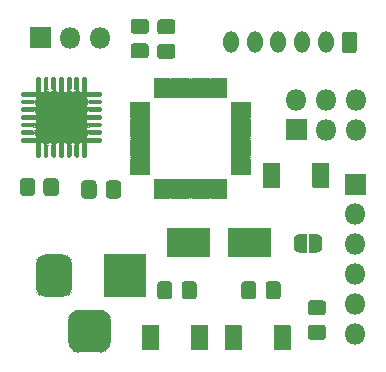
<source format=gts>
%TF.GenerationSoftware,KiCad,Pcbnew,(5.1.12)-1*%
%TF.CreationDate,2021-12-20T15:12:04-08:00*%
%TF.ProjectId,controlBoard,636f6e74-726f-46c4-926f-6172642e6b69,rev?*%
%TF.SameCoordinates,Original*%
%TF.FileFunction,Soldermask,Top*%
%TF.FilePolarity,Negative*%
%FSLAX46Y46*%
G04 Gerber Fmt 4.6, Leading zero omitted, Abs format (unit mm)*
G04 Created by KiCad (PCBNEW (5.1.12)-1) date 2021-12-20 15:12:04*
%MOMM*%
%LPD*%
G01*
G04 APERTURE LIST*
%ADD10O,1.300000X1.850000*%
%ADD11C,0.100000*%
%ADD12O,1.800000X1.800000*%
G04 APERTURE END LIST*
D10*
X159750000Y-73250000D03*
X161750000Y-73250000D03*
X163750000Y-73250000D03*
X165750000Y-73250000D03*
X167750000Y-73250000D03*
G36*
G01*
X170400000Y-72595832D02*
X170400000Y-73904168D01*
G75*
G02*
X170129168Y-74175000I-270832J0D01*
G01*
X169370832Y-74175000D01*
G75*
G02*
X169100000Y-73904168I0J270832D01*
G01*
X169100000Y-72595832D01*
G75*
G02*
X169370832Y-72325000I270832J0D01*
G01*
X170129168Y-72325000D01*
G75*
G02*
X170400000Y-72595832I0J-270832D01*
G01*
G37*
G36*
G01*
X152900000Y-83911000D02*
X152900000Y-84461000D01*
G75*
G02*
X152850000Y-84511000I-50000J0D01*
G01*
X151250000Y-84511000D01*
G75*
G02*
X151200000Y-84461000I0J50000D01*
G01*
X151200000Y-83911000D01*
G75*
G02*
X151250000Y-83861000I50000J0D01*
G01*
X152850000Y-83861000D01*
G75*
G02*
X152900000Y-83911000I0J-50000D01*
G01*
G37*
G36*
G01*
X152900000Y-83111000D02*
X152900000Y-83661000D01*
G75*
G02*
X152850000Y-83711000I-50000J0D01*
G01*
X151250000Y-83711000D01*
G75*
G02*
X151200000Y-83661000I0J50000D01*
G01*
X151200000Y-83111000D01*
G75*
G02*
X151250000Y-83061000I50000J0D01*
G01*
X152850000Y-83061000D01*
G75*
G02*
X152900000Y-83111000I0J-50000D01*
G01*
G37*
G36*
G01*
X152900000Y-82311000D02*
X152900000Y-82861000D01*
G75*
G02*
X152850000Y-82911000I-50000J0D01*
G01*
X151250000Y-82911000D01*
G75*
G02*
X151200000Y-82861000I0J50000D01*
G01*
X151200000Y-82311000D01*
G75*
G02*
X151250000Y-82261000I50000J0D01*
G01*
X152850000Y-82261000D01*
G75*
G02*
X152900000Y-82311000I0J-50000D01*
G01*
G37*
G36*
G01*
X152900000Y-81511000D02*
X152900000Y-82061000D01*
G75*
G02*
X152850000Y-82111000I-50000J0D01*
G01*
X151250000Y-82111000D01*
G75*
G02*
X151200000Y-82061000I0J50000D01*
G01*
X151200000Y-81511000D01*
G75*
G02*
X151250000Y-81461000I50000J0D01*
G01*
X152850000Y-81461000D01*
G75*
G02*
X152900000Y-81511000I0J-50000D01*
G01*
G37*
G36*
G01*
X152900000Y-80711000D02*
X152900000Y-81261000D01*
G75*
G02*
X152850000Y-81311000I-50000J0D01*
G01*
X151250000Y-81311000D01*
G75*
G02*
X151200000Y-81261000I0J50000D01*
G01*
X151200000Y-80711000D01*
G75*
G02*
X151250000Y-80661000I50000J0D01*
G01*
X152850000Y-80661000D01*
G75*
G02*
X152900000Y-80711000I0J-50000D01*
G01*
G37*
G36*
G01*
X152900000Y-79911000D02*
X152900000Y-80461000D01*
G75*
G02*
X152850000Y-80511000I-50000J0D01*
G01*
X151250000Y-80511000D01*
G75*
G02*
X151200000Y-80461000I0J50000D01*
G01*
X151200000Y-79911000D01*
G75*
G02*
X151250000Y-79861000I50000J0D01*
G01*
X152850000Y-79861000D01*
G75*
G02*
X152900000Y-79911000I0J-50000D01*
G01*
G37*
G36*
G01*
X152900000Y-79111000D02*
X152900000Y-79661000D01*
G75*
G02*
X152850000Y-79711000I-50000J0D01*
G01*
X151250000Y-79711000D01*
G75*
G02*
X151200000Y-79661000I0J50000D01*
G01*
X151200000Y-79111000D01*
G75*
G02*
X151250000Y-79061000I50000J0D01*
G01*
X152850000Y-79061000D01*
G75*
G02*
X152900000Y-79111000I0J-50000D01*
G01*
G37*
G36*
G01*
X152900000Y-78311000D02*
X152900000Y-78861000D01*
G75*
G02*
X152850000Y-78911000I-50000J0D01*
G01*
X151250000Y-78911000D01*
G75*
G02*
X151200000Y-78861000I0J50000D01*
G01*
X151200000Y-78311000D01*
G75*
G02*
X151250000Y-78261000I50000J0D01*
G01*
X152850000Y-78261000D01*
G75*
G02*
X152900000Y-78311000I0J-50000D01*
G01*
G37*
G36*
G01*
X153775000Y-77986000D02*
X153225000Y-77986000D01*
G75*
G02*
X153175000Y-77936000I0J50000D01*
G01*
X153175000Y-76336000D01*
G75*
G02*
X153225000Y-76286000I50000J0D01*
G01*
X153775000Y-76286000D01*
G75*
G02*
X153825000Y-76336000I0J-50000D01*
G01*
X153825000Y-77936000D01*
G75*
G02*
X153775000Y-77986000I-50000J0D01*
G01*
G37*
G36*
G01*
X154575000Y-77986000D02*
X154025000Y-77986000D01*
G75*
G02*
X153975000Y-77936000I0J50000D01*
G01*
X153975000Y-76336000D01*
G75*
G02*
X154025000Y-76286000I50000J0D01*
G01*
X154575000Y-76286000D01*
G75*
G02*
X154625000Y-76336000I0J-50000D01*
G01*
X154625000Y-77936000D01*
G75*
G02*
X154575000Y-77986000I-50000J0D01*
G01*
G37*
G36*
G01*
X155375000Y-77986000D02*
X154825000Y-77986000D01*
G75*
G02*
X154775000Y-77936000I0J50000D01*
G01*
X154775000Y-76336000D01*
G75*
G02*
X154825000Y-76286000I50000J0D01*
G01*
X155375000Y-76286000D01*
G75*
G02*
X155425000Y-76336000I0J-50000D01*
G01*
X155425000Y-77936000D01*
G75*
G02*
X155375000Y-77986000I-50000J0D01*
G01*
G37*
G36*
G01*
X156175000Y-77986000D02*
X155625000Y-77986000D01*
G75*
G02*
X155575000Y-77936000I0J50000D01*
G01*
X155575000Y-76336000D01*
G75*
G02*
X155625000Y-76286000I50000J0D01*
G01*
X156175000Y-76286000D01*
G75*
G02*
X156225000Y-76336000I0J-50000D01*
G01*
X156225000Y-77936000D01*
G75*
G02*
X156175000Y-77986000I-50000J0D01*
G01*
G37*
G36*
G01*
X156975000Y-77986000D02*
X156425000Y-77986000D01*
G75*
G02*
X156375000Y-77936000I0J50000D01*
G01*
X156375000Y-76336000D01*
G75*
G02*
X156425000Y-76286000I50000J0D01*
G01*
X156975000Y-76286000D01*
G75*
G02*
X157025000Y-76336000I0J-50000D01*
G01*
X157025000Y-77936000D01*
G75*
G02*
X156975000Y-77986000I-50000J0D01*
G01*
G37*
G36*
G01*
X157775000Y-77986000D02*
X157225000Y-77986000D01*
G75*
G02*
X157175000Y-77936000I0J50000D01*
G01*
X157175000Y-76336000D01*
G75*
G02*
X157225000Y-76286000I50000J0D01*
G01*
X157775000Y-76286000D01*
G75*
G02*
X157825000Y-76336000I0J-50000D01*
G01*
X157825000Y-77936000D01*
G75*
G02*
X157775000Y-77986000I-50000J0D01*
G01*
G37*
G36*
G01*
X158575000Y-77986000D02*
X158025000Y-77986000D01*
G75*
G02*
X157975000Y-77936000I0J50000D01*
G01*
X157975000Y-76336000D01*
G75*
G02*
X158025000Y-76286000I50000J0D01*
G01*
X158575000Y-76286000D01*
G75*
G02*
X158625000Y-76336000I0J-50000D01*
G01*
X158625000Y-77936000D01*
G75*
G02*
X158575000Y-77986000I-50000J0D01*
G01*
G37*
G36*
G01*
X159375000Y-77986000D02*
X158825000Y-77986000D01*
G75*
G02*
X158775000Y-77936000I0J50000D01*
G01*
X158775000Y-76336000D01*
G75*
G02*
X158825000Y-76286000I50000J0D01*
G01*
X159375000Y-76286000D01*
G75*
G02*
X159425000Y-76336000I0J-50000D01*
G01*
X159425000Y-77936000D01*
G75*
G02*
X159375000Y-77986000I-50000J0D01*
G01*
G37*
G36*
G01*
X161400000Y-78311000D02*
X161400000Y-78861000D01*
G75*
G02*
X161350000Y-78911000I-50000J0D01*
G01*
X159750000Y-78911000D01*
G75*
G02*
X159700000Y-78861000I0J50000D01*
G01*
X159700000Y-78311000D01*
G75*
G02*
X159750000Y-78261000I50000J0D01*
G01*
X161350000Y-78261000D01*
G75*
G02*
X161400000Y-78311000I0J-50000D01*
G01*
G37*
G36*
G01*
X161400000Y-79111000D02*
X161400000Y-79661000D01*
G75*
G02*
X161350000Y-79711000I-50000J0D01*
G01*
X159750000Y-79711000D01*
G75*
G02*
X159700000Y-79661000I0J50000D01*
G01*
X159700000Y-79111000D01*
G75*
G02*
X159750000Y-79061000I50000J0D01*
G01*
X161350000Y-79061000D01*
G75*
G02*
X161400000Y-79111000I0J-50000D01*
G01*
G37*
G36*
G01*
X161400000Y-79911000D02*
X161400000Y-80461000D01*
G75*
G02*
X161350000Y-80511000I-50000J0D01*
G01*
X159750000Y-80511000D01*
G75*
G02*
X159700000Y-80461000I0J50000D01*
G01*
X159700000Y-79911000D01*
G75*
G02*
X159750000Y-79861000I50000J0D01*
G01*
X161350000Y-79861000D01*
G75*
G02*
X161400000Y-79911000I0J-50000D01*
G01*
G37*
G36*
G01*
X161400000Y-80711000D02*
X161400000Y-81261000D01*
G75*
G02*
X161350000Y-81311000I-50000J0D01*
G01*
X159750000Y-81311000D01*
G75*
G02*
X159700000Y-81261000I0J50000D01*
G01*
X159700000Y-80711000D01*
G75*
G02*
X159750000Y-80661000I50000J0D01*
G01*
X161350000Y-80661000D01*
G75*
G02*
X161400000Y-80711000I0J-50000D01*
G01*
G37*
G36*
G01*
X161400000Y-81511000D02*
X161400000Y-82061000D01*
G75*
G02*
X161350000Y-82111000I-50000J0D01*
G01*
X159750000Y-82111000D01*
G75*
G02*
X159700000Y-82061000I0J50000D01*
G01*
X159700000Y-81511000D01*
G75*
G02*
X159750000Y-81461000I50000J0D01*
G01*
X161350000Y-81461000D01*
G75*
G02*
X161400000Y-81511000I0J-50000D01*
G01*
G37*
G36*
G01*
X161400000Y-82311000D02*
X161400000Y-82861000D01*
G75*
G02*
X161350000Y-82911000I-50000J0D01*
G01*
X159750000Y-82911000D01*
G75*
G02*
X159700000Y-82861000I0J50000D01*
G01*
X159700000Y-82311000D01*
G75*
G02*
X159750000Y-82261000I50000J0D01*
G01*
X161350000Y-82261000D01*
G75*
G02*
X161400000Y-82311000I0J-50000D01*
G01*
G37*
G36*
G01*
X161400000Y-83111000D02*
X161400000Y-83661000D01*
G75*
G02*
X161350000Y-83711000I-50000J0D01*
G01*
X159750000Y-83711000D01*
G75*
G02*
X159700000Y-83661000I0J50000D01*
G01*
X159700000Y-83111000D01*
G75*
G02*
X159750000Y-83061000I50000J0D01*
G01*
X161350000Y-83061000D01*
G75*
G02*
X161400000Y-83111000I0J-50000D01*
G01*
G37*
G36*
G01*
X161400000Y-83911000D02*
X161400000Y-84461000D01*
G75*
G02*
X161350000Y-84511000I-50000J0D01*
G01*
X159750000Y-84511000D01*
G75*
G02*
X159700000Y-84461000I0J50000D01*
G01*
X159700000Y-83911000D01*
G75*
G02*
X159750000Y-83861000I50000J0D01*
G01*
X161350000Y-83861000D01*
G75*
G02*
X161400000Y-83911000I0J-50000D01*
G01*
G37*
G36*
G01*
X159375000Y-86486000D02*
X158825000Y-86486000D01*
G75*
G02*
X158775000Y-86436000I0J50000D01*
G01*
X158775000Y-84836000D01*
G75*
G02*
X158825000Y-84786000I50000J0D01*
G01*
X159375000Y-84786000D01*
G75*
G02*
X159425000Y-84836000I0J-50000D01*
G01*
X159425000Y-86436000D01*
G75*
G02*
X159375000Y-86486000I-50000J0D01*
G01*
G37*
G36*
G01*
X158575000Y-86486000D02*
X158025000Y-86486000D01*
G75*
G02*
X157975000Y-86436000I0J50000D01*
G01*
X157975000Y-84836000D01*
G75*
G02*
X158025000Y-84786000I50000J0D01*
G01*
X158575000Y-84786000D01*
G75*
G02*
X158625000Y-84836000I0J-50000D01*
G01*
X158625000Y-86436000D01*
G75*
G02*
X158575000Y-86486000I-50000J0D01*
G01*
G37*
G36*
G01*
X157775000Y-86486000D02*
X157225000Y-86486000D01*
G75*
G02*
X157175000Y-86436000I0J50000D01*
G01*
X157175000Y-84836000D01*
G75*
G02*
X157225000Y-84786000I50000J0D01*
G01*
X157775000Y-84786000D01*
G75*
G02*
X157825000Y-84836000I0J-50000D01*
G01*
X157825000Y-86436000D01*
G75*
G02*
X157775000Y-86486000I-50000J0D01*
G01*
G37*
G36*
G01*
X156975000Y-86486000D02*
X156425000Y-86486000D01*
G75*
G02*
X156375000Y-86436000I0J50000D01*
G01*
X156375000Y-84836000D01*
G75*
G02*
X156425000Y-84786000I50000J0D01*
G01*
X156975000Y-84786000D01*
G75*
G02*
X157025000Y-84836000I0J-50000D01*
G01*
X157025000Y-86436000D01*
G75*
G02*
X156975000Y-86486000I-50000J0D01*
G01*
G37*
G36*
G01*
X156175000Y-86486000D02*
X155625000Y-86486000D01*
G75*
G02*
X155575000Y-86436000I0J50000D01*
G01*
X155575000Y-84836000D01*
G75*
G02*
X155625000Y-84786000I50000J0D01*
G01*
X156175000Y-84786000D01*
G75*
G02*
X156225000Y-84836000I0J-50000D01*
G01*
X156225000Y-86436000D01*
G75*
G02*
X156175000Y-86486000I-50000J0D01*
G01*
G37*
G36*
G01*
X155375000Y-86486000D02*
X154825000Y-86486000D01*
G75*
G02*
X154775000Y-86436000I0J50000D01*
G01*
X154775000Y-84836000D01*
G75*
G02*
X154825000Y-84786000I50000J0D01*
G01*
X155375000Y-84786000D01*
G75*
G02*
X155425000Y-84836000I0J-50000D01*
G01*
X155425000Y-86436000D01*
G75*
G02*
X155375000Y-86486000I-50000J0D01*
G01*
G37*
G36*
G01*
X154575000Y-86486000D02*
X154025000Y-86486000D01*
G75*
G02*
X153975000Y-86436000I0J50000D01*
G01*
X153975000Y-84836000D01*
G75*
G02*
X154025000Y-84786000I50000J0D01*
G01*
X154575000Y-84786000D01*
G75*
G02*
X154625000Y-84836000I0J-50000D01*
G01*
X154625000Y-86436000D01*
G75*
G02*
X154575000Y-86486000I-50000J0D01*
G01*
G37*
G36*
G01*
X153775000Y-86486000D02*
X153225000Y-86486000D01*
G75*
G02*
X153175000Y-86436000I0J50000D01*
G01*
X153175000Y-84836000D01*
G75*
G02*
X153225000Y-84786000I50000J0D01*
G01*
X153775000Y-84786000D01*
G75*
G02*
X153825000Y-84836000I0J-50000D01*
G01*
X153825000Y-86436000D01*
G75*
G02*
X153775000Y-86486000I-50000J0D01*
G01*
G37*
D11*
G36*
X165593889Y-91049398D02*
G01*
X165575466Y-91049398D01*
X165570565Y-91049157D01*
X165521734Y-91044347D01*
X165516881Y-91043627D01*
X165468756Y-91034055D01*
X165463995Y-91032863D01*
X165417040Y-91018619D01*
X165412421Y-91016966D01*
X165367088Y-90998189D01*
X165362651Y-90996091D01*
X165319378Y-90972960D01*
X165315171Y-90970438D01*
X165274372Y-90943178D01*
X165270430Y-90940254D01*
X165232501Y-90909126D01*
X165228866Y-90905831D01*
X165194169Y-90871134D01*
X165190874Y-90867499D01*
X165159746Y-90829570D01*
X165156822Y-90825628D01*
X165129562Y-90784829D01*
X165127040Y-90780622D01*
X165103909Y-90737349D01*
X165101811Y-90732912D01*
X165083034Y-90687579D01*
X165081381Y-90682960D01*
X165067137Y-90636005D01*
X165065945Y-90631244D01*
X165056373Y-90583119D01*
X165055653Y-90578266D01*
X165050843Y-90529435D01*
X165050602Y-90524534D01*
X165050602Y-90506111D01*
X165050000Y-90500000D01*
X165050000Y-90000000D01*
X165050602Y-89993889D01*
X165050602Y-89975466D01*
X165050843Y-89970565D01*
X165055653Y-89921734D01*
X165056373Y-89916881D01*
X165065945Y-89868756D01*
X165067137Y-89863995D01*
X165081381Y-89817040D01*
X165083034Y-89812421D01*
X165101811Y-89767088D01*
X165103909Y-89762651D01*
X165127040Y-89719378D01*
X165129562Y-89715171D01*
X165156822Y-89674372D01*
X165159746Y-89670430D01*
X165190874Y-89632501D01*
X165194169Y-89628866D01*
X165228866Y-89594169D01*
X165232501Y-89590874D01*
X165270430Y-89559746D01*
X165274372Y-89556822D01*
X165315171Y-89529562D01*
X165319378Y-89527040D01*
X165362651Y-89503909D01*
X165367088Y-89501811D01*
X165412421Y-89483034D01*
X165417040Y-89481381D01*
X165463995Y-89467137D01*
X165468756Y-89465945D01*
X165516881Y-89456373D01*
X165521734Y-89455653D01*
X165570565Y-89450843D01*
X165575466Y-89450602D01*
X165593889Y-89450602D01*
X165600000Y-89450000D01*
X166100000Y-89450000D01*
X166109755Y-89450961D01*
X166119134Y-89453806D01*
X166127779Y-89458427D01*
X166135355Y-89464645D01*
X166141573Y-89472221D01*
X166146194Y-89480866D01*
X166149039Y-89490245D01*
X166150000Y-89500000D01*
X166150000Y-91000000D01*
X166149039Y-91009755D01*
X166146194Y-91019134D01*
X166141573Y-91027779D01*
X166135355Y-91035355D01*
X166127779Y-91041573D01*
X166119134Y-91046194D01*
X166109755Y-91049039D01*
X166100000Y-91050000D01*
X165600000Y-91050000D01*
X165593889Y-91049398D01*
G37*
G36*
X166390245Y-91049039D02*
G01*
X166380866Y-91046194D01*
X166372221Y-91041573D01*
X166364645Y-91035355D01*
X166358427Y-91027779D01*
X166353806Y-91019134D01*
X166350961Y-91009755D01*
X166350000Y-91000000D01*
X166350000Y-89500000D01*
X166350961Y-89490245D01*
X166353806Y-89480866D01*
X166358427Y-89472221D01*
X166364645Y-89464645D01*
X166372221Y-89458427D01*
X166380866Y-89453806D01*
X166390245Y-89450961D01*
X166400000Y-89450000D01*
X166900000Y-89450000D01*
X166906111Y-89450602D01*
X166924534Y-89450602D01*
X166929435Y-89450843D01*
X166978266Y-89455653D01*
X166983119Y-89456373D01*
X167031244Y-89465945D01*
X167036005Y-89467137D01*
X167082960Y-89481381D01*
X167087579Y-89483034D01*
X167132912Y-89501811D01*
X167137349Y-89503909D01*
X167180622Y-89527040D01*
X167184829Y-89529562D01*
X167225628Y-89556822D01*
X167229570Y-89559746D01*
X167267499Y-89590874D01*
X167271134Y-89594169D01*
X167305831Y-89628866D01*
X167309126Y-89632501D01*
X167340254Y-89670430D01*
X167343178Y-89674372D01*
X167370438Y-89715171D01*
X167372960Y-89719378D01*
X167396091Y-89762651D01*
X167398189Y-89767088D01*
X167416966Y-89812421D01*
X167418619Y-89817040D01*
X167432863Y-89863995D01*
X167434055Y-89868756D01*
X167443627Y-89916881D01*
X167444347Y-89921734D01*
X167449157Y-89970565D01*
X167449398Y-89975466D01*
X167449398Y-89993889D01*
X167450000Y-90000000D01*
X167450000Y-90500000D01*
X167449398Y-90506111D01*
X167449398Y-90524534D01*
X167449157Y-90529435D01*
X167444347Y-90578266D01*
X167443627Y-90583119D01*
X167434055Y-90631244D01*
X167432863Y-90636005D01*
X167418619Y-90682960D01*
X167416966Y-90687579D01*
X167398189Y-90732912D01*
X167396091Y-90737349D01*
X167372960Y-90780622D01*
X167370438Y-90784829D01*
X167343178Y-90825628D01*
X167340254Y-90829570D01*
X167309126Y-90867499D01*
X167305831Y-90871134D01*
X167271134Y-90905831D01*
X167267499Y-90909126D01*
X167229570Y-90940254D01*
X167225628Y-90943178D01*
X167184829Y-90970438D01*
X167180622Y-90972960D01*
X167137349Y-90996091D01*
X167132912Y-90998189D01*
X167087579Y-91016966D01*
X167082960Y-91018619D01*
X167036005Y-91032863D01*
X167031244Y-91034055D01*
X166983119Y-91043627D01*
X166978266Y-91044347D01*
X166929435Y-91049157D01*
X166924534Y-91049398D01*
X166906111Y-91049398D01*
X166900000Y-91050000D01*
X166400000Y-91050000D01*
X166390245Y-91049039D01*
G37*
G36*
G01*
X164800000Y-97250000D02*
X164800000Y-99250000D01*
G75*
G02*
X164750000Y-99300000I-50000J0D01*
G01*
X163400000Y-99300000D01*
G75*
G02*
X163350000Y-99250000I0J50000D01*
G01*
X163350000Y-97250000D01*
G75*
G02*
X163400000Y-97200000I50000J0D01*
G01*
X164750000Y-97200000D01*
G75*
G02*
X164800000Y-97250000I0J-50000D01*
G01*
G37*
G36*
G01*
X160650000Y-97250000D02*
X160650000Y-99250000D01*
G75*
G02*
X160600000Y-99300000I-50000J0D01*
G01*
X159250000Y-99300000D01*
G75*
G02*
X159200000Y-99250000I0J50000D01*
G01*
X159200000Y-97250000D01*
G75*
G02*
X159250000Y-97200000I50000J0D01*
G01*
X160600000Y-97200000D01*
G75*
G02*
X160650000Y-97250000I0J-50000D01*
G01*
G37*
G36*
G01*
X153650000Y-97250000D02*
X153650000Y-99250000D01*
G75*
G02*
X153600000Y-99300000I-50000J0D01*
G01*
X152250000Y-99300000D01*
G75*
G02*
X152200000Y-99250000I0J50000D01*
G01*
X152200000Y-97250000D01*
G75*
G02*
X152250000Y-97200000I50000J0D01*
G01*
X153600000Y-97200000D01*
G75*
G02*
X153650000Y-97250000I0J-50000D01*
G01*
G37*
G36*
G01*
X157800000Y-97250000D02*
X157800000Y-99250000D01*
G75*
G02*
X157750000Y-99300000I-50000J0D01*
G01*
X156400000Y-99300000D01*
G75*
G02*
X156350000Y-99250000I0J50000D01*
G01*
X156350000Y-97250000D01*
G75*
G02*
X156400000Y-97200000I50000J0D01*
G01*
X157750000Y-97200000D01*
G75*
G02*
X157800000Y-97250000I0J-50000D01*
G01*
G37*
G36*
G01*
X162450000Y-85500000D02*
X162450000Y-83500000D01*
G75*
G02*
X162500000Y-83450000I50000J0D01*
G01*
X163850000Y-83450000D01*
G75*
G02*
X163900000Y-83500000I0J-50000D01*
G01*
X163900000Y-85500000D01*
G75*
G02*
X163850000Y-85550000I-50000J0D01*
G01*
X162500000Y-85550000D01*
G75*
G02*
X162450000Y-85500000I0J50000D01*
G01*
G37*
G36*
G01*
X166600000Y-85500000D02*
X166600000Y-83500000D01*
G75*
G02*
X166650000Y-83450000I50000J0D01*
G01*
X168000000Y-83450000D01*
G75*
G02*
X168050000Y-83500000I0J-50000D01*
G01*
X168050000Y-85500000D01*
G75*
G02*
X168000000Y-85550000I-50000J0D01*
G01*
X166650000Y-85550000D01*
G75*
G02*
X166600000Y-85500000I0J50000D01*
G01*
G37*
D12*
X170250000Y-97950000D03*
X170250000Y-95410000D03*
X170250000Y-92870000D03*
X170250000Y-90330000D03*
X170250000Y-87790000D03*
G36*
G01*
X169350000Y-86100000D02*
X169350000Y-84400000D01*
G75*
G02*
X169400000Y-84350000I50000J0D01*
G01*
X171100000Y-84350000D01*
G75*
G02*
X171150000Y-84400000I0J-50000D01*
G01*
X171150000Y-86100000D01*
G75*
G02*
X171100000Y-86150000I-50000J0D01*
G01*
X169400000Y-86150000D01*
G75*
G02*
X169350000Y-86100000I0J50000D01*
G01*
G37*
G36*
G01*
X145950000Y-98600000D02*
X145950000Y-96800000D01*
G75*
G02*
X146850000Y-95900000I900000J0D01*
G01*
X148650000Y-95900000D01*
G75*
G02*
X149550000Y-96800000I0J-900000D01*
G01*
X149550000Y-98600000D01*
G75*
G02*
X148650000Y-99500000I-900000J0D01*
G01*
X146850000Y-99500000D01*
G75*
G02*
X145950000Y-98600000I0J900000D01*
G01*
G37*
G36*
G01*
X143200000Y-94025000D02*
X143200000Y-91975000D01*
G75*
G02*
X143975000Y-91200000I775000J0D01*
G01*
X145525000Y-91200000D01*
G75*
G02*
X146300000Y-91975000I0J-775000D01*
G01*
X146300000Y-94025000D01*
G75*
G02*
X145525000Y-94800000I-775000J0D01*
G01*
X143975000Y-94800000D01*
G75*
G02*
X143200000Y-94025000I0J775000D01*
G01*
G37*
G36*
G01*
X148950000Y-94750000D02*
X148950000Y-91250000D01*
G75*
G02*
X149000000Y-91200000I50000J0D01*
G01*
X152500000Y-91200000D01*
G75*
G02*
X152550000Y-91250000I0J-50000D01*
G01*
X152550000Y-94750000D01*
G75*
G02*
X152500000Y-94800000I-50000J0D01*
G01*
X149000000Y-94800000D01*
G75*
G02*
X148950000Y-94750000I0J50000D01*
G01*
G37*
G36*
G01*
X159513000Y-91374400D02*
X159513000Y-88974400D01*
G75*
G02*
X159563000Y-88924400I50000J0D01*
G01*
X163063000Y-88924400D01*
G75*
G02*
X163113000Y-88974400I0J-50000D01*
G01*
X163113000Y-91374400D01*
G75*
G02*
X163063000Y-91424400I-50000J0D01*
G01*
X159563000Y-91424400D01*
G75*
G02*
X159513000Y-91374400I0J50000D01*
G01*
G37*
G36*
G01*
X154313000Y-91374400D02*
X154313000Y-88974400D01*
G75*
G02*
X154363000Y-88924400I50000J0D01*
G01*
X157863000Y-88924400D01*
G75*
G02*
X157913000Y-88974400I0J-50000D01*
G01*
X157913000Y-91374400D01*
G75*
G02*
X157863000Y-91424400I-50000J0D01*
G01*
X154363000Y-91424400D01*
G75*
G02*
X154313000Y-91374400I0J50000D01*
G01*
G37*
G36*
G01*
X154753724Y-72562500D02*
X153746276Y-72562500D01*
G75*
G02*
X153475000Y-72291224I0J271276D01*
G01*
X153475000Y-71558776D01*
G75*
G02*
X153746276Y-71287500I271276J0D01*
G01*
X154753724Y-71287500D01*
G75*
G02*
X155025000Y-71558776I0J-271276D01*
G01*
X155025000Y-72291224D01*
G75*
G02*
X154753724Y-72562500I-271276J0D01*
G01*
G37*
G36*
G01*
X154753724Y-74637500D02*
X153746276Y-74637500D01*
G75*
G02*
X153475000Y-74366224I0J271276D01*
G01*
X153475000Y-73633776D01*
G75*
G02*
X153746276Y-73362500I271276J0D01*
G01*
X154753724Y-73362500D01*
G75*
G02*
X155025000Y-73633776I0J-271276D01*
G01*
X155025000Y-74366224D01*
G75*
G02*
X154753724Y-74637500I-271276J0D01*
G01*
G37*
G36*
G01*
X166496276Y-97150000D02*
X167503724Y-97150000D01*
G75*
G02*
X167775000Y-97421276I0J-271276D01*
G01*
X167775000Y-98153724D01*
G75*
G02*
X167503724Y-98425000I-271276J0D01*
G01*
X166496276Y-98425000D01*
G75*
G02*
X166225000Y-98153724I0J271276D01*
G01*
X166225000Y-97421276D01*
G75*
G02*
X166496276Y-97150000I271276J0D01*
G01*
G37*
G36*
G01*
X166496276Y-95075000D02*
X167503724Y-95075000D01*
G75*
G02*
X167775000Y-95346276I0J-271276D01*
G01*
X167775000Y-96078724D01*
G75*
G02*
X167503724Y-96350000I-271276J0D01*
G01*
X166496276Y-96350000D01*
G75*
G02*
X166225000Y-96078724I0J271276D01*
G01*
X166225000Y-95346276D01*
G75*
G02*
X166496276Y-95075000I271276J0D01*
G01*
G37*
G36*
G01*
X147228000Y-76200000D02*
X147428000Y-76200000D01*
G75*
G02*
X147528000Y-76300000I0J-100000D01*
G01*
X147528000Y-77225000D01*
G75*
G02*
X147428000Y-77325000I-100000J0D01*
G01*
X147228000Y-77325000D01*
G75*
G02*
X147128000Y-77225000I0J100000D01*
G01*
X147128000Y-76300000D01*
G75*
G02*
X147228000Y-76200000I100000J0D01*
G01*
G37*
G36*
G01*
X146578000Y-76200000D02*
X146778000Y-76200000D01*
G75*
G02*
X146878000Y-76300000I0J-100000D01*
G01*
X146878000Y-77225000D01*
G75*
G02*
X146778000Y-77325000I-100000J0D01*
G01*
X146578000Y-77325000D01*
G75*
G02*
X146478000Y-77225000I0J100000D01*
G01*
X146478000Y-76300000D01*
G75*
G02*
X146578000Y-76200000I100000J0D01*
G01*
G37*
G36*
G01*
X145928000Y-76200000D02*
X146128000Y-76200000D01*
G75*
G02*
X146228000Y-76300000I0J-100000D01*
G01*
X146228000Y-77225000D01*
G75*
G02*
X146128000Y-77325000I-100000J0D01*
G01*
X145928000Y-77325000D01*
G75*
G02*
X145828000Y-77225000I0J100000D01*
G01*
X145828000Y-76300000D01*
G75*
G02*
X145928000Y-76200000I100000J0D01*
G01*
G37*
G36*
G01*
X145278000Y-76200000D02*
X145478000Y-76200000D01*
G75*
G02*
X145578000Y-76300000I0J-100000D01*
G01*
X145578000Y-77225000D01*
G75*
G02*
X145478000Y-77325000I-100000J0D01*
G01*
X145278000Y-77325000D01*
G75*
G02*
X145178000Y-77225000I0J100000D01*
G01*
X145178000Y-76300000D01*
G75*
G02*
X145278000Y-76200000I100000J0D01*
G01*
G37*
G36*
G01*
X144628000Y-76200000D02*
X144828000Y-76200000D01*
G75*
G02*
X144928000Y-76300000I0J-100000D01*
G01*
X144928000Y-77225000D01*
G75*
G02*
X144828000Y-77325000I-100000J0D01*
G01*
X144628000Y-77325000D01*
G75*
G02*
X144528000Y-77225000I0J100000D01*
G01*
X144528000Y-76300000D01*
G75*
G02*
X144628000Y-76200000I100000J0D01*
G01*
G37*
G36*
G01*
X143978000Y-76200000D02*
X144178000Y-76200000D01*
G75*
G02*
X144278000Y-76300000I0J-100000D01*
G01*
X144278000Y-77225000D01*
G75*
G02*
X144178000Y-77325000I-100000J0D01*
G01*
X143978000Y-77325000D01*
G75*
G02*
X143878000Y-77225000I0J100000D01*
G01*
X143878000Y-76300000D01*
G75*
G02*
X143978000Y-76200000I100000J0D01*
G01*
G37*
G36*
G01*
X143328000Y-76200000D02*
X143528000Y-76200000D01*
G75*
G02*
X143628000Y-76300000I0J-100000D01*
G01*
X143628000Y-77225000D01*
G75*
G02*
X143528000Y-77325000I-100000J0D01*
G01*
X143328000Y-77325000D01*
G75*
G02*
X143228000Y-77225000I0J100000D01*
G01*
X143228000Y-76300000D01*
G75*
G02*
X143328000Y-76200000I100000J0D01*
G01*
G37*
G36*
G01*
X142078000Y-77450000D02*
X143003000Y-77450000D01*
G75*
G02*
X143103000Y-77550000I0J-100000D01*
G01*
X143103000Y-77750000D01*
G75*
G02*
X143003000Y-77850000I-100000J0D01*
G01*
X142078000Y-77850000D01*
G75*
G02*
X141978000Y-77750000I0J100000D01*
G01*
X141978000Y-77550000D01*
G75*
G02*
X142078000Y-77450000I100000J0D01*
G01*
G37*
G36*
G01*
X142078000Y-78100000D02*
X143003000Y-78100000D01*
G75*
G02*
X143103000Y-78200000I0J-100000D01*
G01*
X143103000Y-78400000D01*
G75*
G02*
X143003000Y-78500000I-100000J0D01*
G01*
X142078000Y-78500000D01*
G75*
G02*
X141978000Y-78400000I0J100000D01*
G01*
X141978000Y-78200000D01*
G75*
G02*
X142078000Y-78100000I100000J0D01*
G01*
G37*
G36*
G01*
X142078000Y-78750000D02*
X143003000Y-78750000D01*
G75*
G02*
X143103000Y-78850000I0J-100000D01*
G01*
X143103000Y-79050000D01*
G75*
G02*
X143003000Y-79150000I-100000J0D01*
G01*
X142078000Y-79150000D01*
G75*
G02*
X141978000Y-79050000I0J100000D01*
G01*
X141978000Y-78850000D01*
G75*
G02*
X142078000Y-78750000I100000J0D01*
G01*
G37*
G36*
G01*
X142078000Y-79400000D02*
X143003000Y-79400000D01*
G75*
G02*
X143103000Y-79500000I0J-100000D01*
G01*
X143103000Y-79700000D01*
G75*
G02*
X143003000Y-79800000I-100000J0D01*
G01*
X142078000Y-79800000D01*
G75*
G02*
X141978000Y-79700000I0J100000D01*
G01*
X141978000Y-79500000D01*
G75*
G02*
X142078000Y-79400000I100000J0D01*
G01*
G37*
G36*
G01*
X142078000Y-80050000D02*
X143003000Y-80050000D01*
G75*
G02*
X143103000Y-80150000I0J-100000D01*
G01*
X143103000Y-80350000D01*
G75*
G02*
X143003000Y-80450000I-100000J0D01*
G01*
X142078000Y-80450000D01*
G75*
G02*
X141978000Y-80350000I0J100000D01*
G01*
X141978000Y-80150000D01*
G75*
G02*
X142078000Y-80050000I100000J0D01*
G01*
G37*
G36*
G01*
X142078000Y-80700000D02*
X143003000Y-80700000D01*
G75*
G02*
X143103000Y-80800000I0J-100000D01*
G01*
X143103000Y-81000000D01*
G75*
G02*
X143003000Y-81100000I-100000J0D01*
G01*
X142078000Y-81100000D01*
G75*
G02*
X141978000Y-81000000I0J100000D01*
G01*
X141978000Y-80800000D01*
G75*
G02*
X142078000Y-80700000I100000J0D01*
G01*
G37*
G36*
G01*
X142078000Y-81350000D02*
X143003000Y-81350000D01*
G75*
G02*
X143103000Y-81450000I0J-100000D01*
G01*
X143103000Y-81650000D01*
G75*
G02*
X143003000Y-81750000I-100000J0D01*
G01*
X142078000Y-81750000D01*
G75*
G02*
X141978000Y-81650000I0J100000D01*
G01*
X141978000Y-81450000D01*
G75*
G02*
X142078000Y-81350000I100000J0D01*
G01*
G37*
G36*
G01*
X143328000Y-81875000D02*
X143528000Y-81875000D01*
G75*
G02*
X143628000Y-81975000I0J-100000D01*
G01*
X143628000Y-82900000D01*
G75*
G02*
X143528000Y-83000000I-100000J0D01*
G01*
X143328000Y-83000000D01*
G75*
G02*
X143228000Y-82900000I0J100000D01*
G01*
X143228000Y-81975000D01*
G75*
G02*
X143328000Y-81875000I100000J0D01*
G01*
G37*
G36*
G01*
X143978000Y-81875000D02*
X144178000Y-81875000D01*
G75*
G02*
X144278000Y-81975000I0J-100000D01*
G01*
X144278000Y-82900000D01*
G75*
G02*
X144178000Y-83000000I-100000J0D01*
G01*
X143978000Y-83000000D01*
G75*
G02*
X143878000Y-82900000I0J100000D01*
G01*
X143878000Y-81975000D01*
G75*
G02*
X143978000Y-81875000I100000J0D01*
G01*
G37*
G36*
G01*
X144628000Y-81875000D02*
X144828000Y-81875000D01*
G75*
G02*
X144928000Y-81975000I0J-100000D01*
G01*
X144928000Y-82900000D01*
G75*
G02*
X144828000Y-83000000I-100000J0D01*
G01*
X144628000Y-83000000D01*
G75*
G02*
X144528000Y-82900000I0J100000D01*
G01*
X144528000Y-81975000D01*
G75*
G02*
X144628000Y-81875000I100000J0D01*
G01*
G37*
G36*
G01*
X145278000Y-81875000D02*
X145478000Y-81875000D01*
G75*
G02*
X145578000Y-81975000I0J-100000D01*
G01*
X145578000Y-82900000D01*
G75*
G02*
X145478000Y-83000000I-100000J0D01*
G01*
X145278000Y-83000000D01*
G75*
G02*
X145178000Y-82900000I0J100000D01*
G01*
X145178000Y-81975000D01*
G75*
G02*
X145278000Y-81875000I100000J0D01*
G01*
G37*
G36*
G01*
X145928000Y-81875000D02*
X146128000Y-81875000D01*
G75*
G02*
X146228000Y-81975000I0J-100000D01*
G01*
X146228000Y-82900000D01*
G75*
G02*
X146128000Y-83000000I-100000J0D01*
G01*
X145928000Y-83000000D01*
G75*
G02*
X145828000Y-82900000I0J100000D01*
G01*
X145828000Y-81975000D01*
G75*
G02*
X145928000Y-81875000I100000J0D01*
G01*
G37*
G36*
G01*
X146578000Y-81875000D02*
X146778000Y-81875000D01*
G75*
G02*
X146878000Y-81975000I0J-100000D01*
G01*
X146878000Y-82900000D01*
G75*
G02*
X146778000Y-83000000I-100000J0D01*
G01*
X146578000Y-83000000D01*
G75*
G02*
X146478000Y-82900000I0J100000D01*
G01*
X146478000Y-81975000D01*
G75*
G02*
X146578000Y-81875000I100000J0D01*
G01*
G37*
G36*
G01*
X147228000Y-81875000D02*
X147428000Y-81875000D01*
G75*
G02*
X147528000Y-81975000I0J-100000D01*
G01*
X147528000Y-82900000D01*
G75*
G02*
X147428000Y-83000000I-100000J0D01*
G01*
X147228000Y-83000000D01*
G75*
G02*
X147128000Y-82900000I0J100000D01*
G01*
X147128000Y-81975000D01*
G75*
G02*
X147228000Y-81875000I100000J0D01*
G01*
G37*
G36*
G01*
X147753000Y-81350000D02*
X148678000Y-81350000D01*
G75*
G02*
X148778000Y-81450000I0J-100000D01*
G01*
X148778000Y-81650000D01*
G75*
G02*
X148678000Y-81750000I-100000J0D01*
G01*
X147753000Y-81750000D01*
G75*
G02*
X147653000Y-81650000I0J100000D01*
G01*
X147653000Y-81450000D01*
G75*
G02*
X147753000Y-81350000I100000J0D01*
G01*
G37*
G36*
G01*
X147753000Y-80700000D02*
X148678000Y-80700000D01*
G75*
G02*
X148778000Y-80800000I0J-100000D01*
G01*
X148778000Y-81000000D01*
G75*
G02*
X148678000Y-81100000I-100000J0D01*
G01*
X147753000Y-81100000D01*
G75*
G02*
X147653000Y-81000000I0J100000D01*
G01*
X147653000Y-80800000D01*
G75*
G02*
X147753000Y-80700000I100000J0D01*
G01*
G37*
G36*
G01*
X147753000Y-80050000D02*
X148678000Y-80050000D01*
G75*
G02*
X148778000Y-80150000I0J-100000D01*
G01*
X148778000Y-80350000D01*
G75*
G02*
X148678000Y-80450000I-100000J0D01*
G01*
X147753000Y-80450000D01*
G75*
G02*
X147653000Y-80350000I0J100000D01*
G01*
X147653000Y-80150000D01*
G75*
G02*
X147753000Y-80050000I100000J0D01*
G01*
G37*
G36*
G01*
X147753000Y-79400000D02*
X148678000Y-79400000D01*
G75*
G02*
X148778000Y-79500000I0J-100000D01*
G01*
X148778000Y-79700000D01*
G75*
G02*
X148678000Y-79800000I-100000J0D01*
G01*
X147753000Y-79800000D01*
G75*
G02*
X147653000Y-79700000I0J100000D01*
G01*
X147653000Y-79500000D01*
G75*
G02*
X147753000Y-79400000I100000J0D01*
G01*
G37*
G36*
G01*
X147753000Y-78750000D02*
X148678000Y-78750000D01*
G75*
G02*
X148778000Y-78850000I0J-100000D01*
G01*
X148778000Y-79050000D01*
G75*
G02*
X148678000Y-79150000I-100000J0D01*
G01*
X147753000Y-79150000D01*
G75*
G02*
X147653000Y-79050000I0J100000D01*
G01*
X147653000Y-78850000D01*
G75*
G02*
X147753000Y-78750000I100000J0D01*
G01*
G37*
G36*
G01*
X147753000Y-78100000D02*
X148678000Y-78100000D01*
G75*
G02*
X148778000Y-78200000I0J-100000D01*
G01*
X148778000Y-78400000D01*
G75*
G02*
X148678000Y-78500000I-100000J0D01*
G01*
X147753000Y-78500000D01*
G75*
G02*
X147653000Y-78400000I0J100000D01*
G01*
X147653000Y-78200000D01*
G75*
G02*
X147753000Y-78100000I100000J0D01*
G01*
G37*
G36*
G01*
X147753000Y-77450000D02*
X148678000Y-77450000D01*
G75*
G02*
X148778000Y-77550000I0J-100000D01*
G01*
X148778000Y-77750000D01*
G75*
G02*
X148678000Y-77850000I-100000J0D01*
G01*
X147753000Y-77850000D01*
G75*
G02*
X147653000Y-77750000I0J100000D01*
G01*
X147653000Y-77550000D01*
G75*
G02*
X147753000Y-77450000I100000J0D01*
G01*
G37*
G36*
G01*
X143253000Y-77425000D02*
X147503000Y-77425000D01*
G75*
G02*
X147553000Y-77475000I0J-50000D01*
G01*
X147553000Y-81725000D01*
G75*
G02*
X147503000Y-81775000I-50000J0D01*
G01*
X143253000Y-81775000D01*
G75*
G02*
X143203000Y-81725000I0J50000D01*
G01*
X143203000Y-77475000D01*
G75*
G02*
X143253000Y-77425000I50000J0D01*
G01*
G37*
G36*
G01*
X143850000Y-85979168D02*
X143850000Y-85020832D01*
G75*
G02*
X144120832Y-84750000I270832J0D01*
G01*
X144879168Y-84750000D01*
G75*
G02*
X145150000Y-85020832I0J-270832D01*
G01*
X145150000Y-85979168D01*
G75*
G02*
X144879168Y-86250000I-270832J0D01*
G01*
X144120832Y-86250000D01*
G75*
G02*
X143850000Y-85979168I0J270832D01*
G01*
G37*
G36*
G01*
X141850000Y-85979168D02*
X141850000Y-85020832D01*
G75*
G02*
X142120832Y-84750000I270832J0D01*
G01*
X142879168Y-84750000D01*
G75*
G02*
X143150000Y-85020832I0J-270832D01*
G01*
X143150000Y-85979168D01*
G75*
G02*
X142879168Y-86250000I-270832J0D01*
G01*
X142120832Y-86250000D01*
G75*
G02*
X141850000Y-85979168I0J270832D01*
G01*
G37*
X170346200Y-78084000D03*
X170346200Y-80624000D03*
X167806200Y-78084000D03*
X167806200Y-80624000D03*
X165266200Y-78084000D03*
G36*
G01*
X166116200Y-81524000D02*
X164416200Y-81524000D01*
G75*
G02*
X164366200Y-81474000I0J50000D01*
G01*
X164366200Y-79774000D01*
G75*
G02*
X164416200Y-79724000I50000J0D01*
G01*
X166116200Y-79724000D01*
G75*
G02*
X166166200Y-79774000I0J-50000D01*
G01*
X166166200Y-81474000D01*
G75*
G02*
X166116200Y-81524000I-50000J0D01*
G01*
G37*
X148680000Y-72851600D03*
X146140000Y-72851600D03*
G36*
G01*
X144450000Y-73751600D02*
X142750000Y-73751600D01*
G75*
G02*
X142700000Y-73701600I0J50000D01*
G01*
X142700000Y-72001600D01*
G75*
G02*
X142750000Y-71951600I50000J0D01*
G01*
X144450000Y-71951600D01*
G75*
G02*
X144500000Y-72001600I0J-50000D01*
G01*
X144500000Y-73701600D01*
G75*
G02*
X144450000Y-73751600I-50000J0D01*
G01*
G37*
G36*
G01*
X151496276Y-73327800D02*
X152503724Y-73327800D01*
G75*
G02*
X152775000Y-73599076I0J-271276D01*
G01*
X152775000Y-74331524D01*
G75*
G02*
X152503724Y-74602800I-271276J0D01*
G01*
X151496276Y-74602800D01*
G75*
G02*
X151225000Y-74331524I0J271276D01*
G01*
X151225000Y-73599076D01*
G75*
G02*
X151496276Y-73327800I271276J0D01*
G01*
G37*
G36*
G01*
X151496276Y-71252800D02*
X152503724Y-71252800D01*
G75*
G02*
X152775000Y-71524076I0J-271276D01*
G01*
X152775000Y-72256524D01*
G75*
G02*
X152503724Y-72527800I-271276J0D01*
G01*
X151496276Y-72527800D01*
G75*
G02*
X151225000Y-72256524I0J271276D01*
G01*
X151225000Y-71524076D01*
G75*
G02*
X151496276Y-71252800I271276J0D01*
G01*
G37*
G36*
G01*
X162669000Y-94742124D02*
X162669000Y-93734676D01*
G75*
G02*
X162940276Y-93463400I271276J0D01*
G01*
X163672724Y-93463400D01*
G75*
G02*
X163944000Y-93734676I0J-271276D01*
G01*
X163944000Y-94742124D01*
G75*
G02*
X163672724Y-95013400I-271276J0D01*
G01*
X162940276Y-95013400D01*
G75*
G02*
X162669000Y-94742124I0J271276D01*
G01*
G37*
G36*
G01*
X160594000Y-94742124D02*
X160594000Y-93734676D01*
G75*
G02*
X160865276Y-93463400I271276J0D01*
G01*
X161597724Y-93463400D01*
G75*
G02*
X161869000Y-93734676I0J-271276D01*
G01*
X161869000Y-94742124D01*
G75*
G02*
X161597724Y-95013400I-271276J0D01*
G01*
X160865276Y-95013400D01*
G75*
G02*
X160594000Y-94742124I0J271276D01*
G01*
G37*
G36*
G01*
X154757000Y-93734676D02*
X154757000Y-94742124D01*
G75*
G02*
X154485724Y-95013400I-271276J0D01*
G01*
X153753276Y-95013400D01*
G75*
G02*
X153482000Y-94742124I0J271276D01*
G01*
X153482000Y-93734676D01*
G75*
G02*
X153753276Y-93463400I271276J0D01*
G01*
X154485724Y-93463400D01*
G75*
G02*
X154757000Y-93734676I0J-271276D01*
G01*
G37*
G36*
G01*
X156832000Y-93734676D02*
X156832000Y-94742124D01*
G75*
G02*
X156560724Y-95013400I-271276J0D01*
G01*
X155828276Y-95013400D01*
G75*
G02*
X155557000Y-94742124I0J271276D01*
G01*
X155557000Y-93734676D01*
G75*
G02*
X155828276Y-93463400I271276J0D01*
G01*
X156560724Y-93463400D01*
G75*
G02*
X156832000Y-93734676I0J-271276D01*
G01*
G37*
G36*
G01*
X147068500Y-86207724D02*
X147068500Y-85200276D01*
G75*
G02*
X147339776Y-84929000I271276J0D01*
G01*
X148072224Y-84929000D01*
G75*
G02*
X148343500Y-85200276I0J-271276D01*
G01*
X148343500Y-86207724D01*
G75*
G02*
X148072224Y-86479000I-271276J0D01*
G01*
X147339776Y-86479000D01*
G75*
G02*
X147068500Y-86207724I0J271276D01*
G01*
G37*
G36*
G01*
X149143500Y-86207724D02*
X149143500Y-85200276D01*
G75*
G02*
X149414776Y-84929000I271276J0D01*
G01*
X150147224Y-84929000D01*
G75*
G02*
X150418500Y-85200276I0J-271276D01*
G01*
X150418500Y-86207724D01*
G75*
G02*
X150147224Y-86479000I-271276J0D01*
G01*
X149414776Y-86479000D01*
G75*
G02*
X149143500Y-86207724I0J271276D01*
G01*
G37*
D11*
G36*
X145951990Y-98599804D02*
G01*
X145969263Y-98775186D01*
X146020365Y-98943646D01*
X146103348Y-99098897D01*
X146215025Y-99234975D01*
X146351103Y-99346652D01*
X146506354Y-99429635D01*
X146674814Y-99480737D01*
X146850196Y-99498010D01*
X146851822Y-99499175D01*
X146851626Y-99501165D01*
X146850000Y-99502000D01*
X146804908Y-99502000D01*
X146804712Y-99501990D01*
X146634073Y-99485183D01*
X146633688Y-99485107D01*
X146474325Y-99436766D01*
X146473963Y-99436616D01*
X146327091Y-99358110D01*
X146326765Y-99357892D01*
X146198032Y-99252245D01*
X146197755Y-99251968D01*
X146092108Y-99123235D01*
X146091890Y-99122909D01*
X146013384Y-98976037D01*
X146013234Y-98975675D01*
X145964893Y-98816312D01*
X145964817Y-98815927D01*
X145948010Y-98645288D01*
X145948000Y-98645092D01*
X145948000Y-98600000D01*
X145949000Y-98598268D01*
X145951000Y-98598268D01*
X145951990Y-98599804D01*
G37*
G36*
X149551165Y-98598374D02*
G01*
X149552000Y-98600000D01*
X149552000Y-98645092D01*
X149551990Y-98645288D01*
X149535183Y-98815927D01*
X149535107Y-98816312D01*
X149486766Y-98975675D01*
X149486616Y-98976037D01*
X149408110Y-99122909D01*
X149407892Y-99123235D01*
X149302245Y-99251968D01*
X149301968Y-99252245D01*
X149173235Y-99357892D01*
X149172909Y-99358110D01*
X149026037Y-99436616D01*
X149025675Y-99436766D01*
X148866312Y-99485107D01*
X148865927Y-99485183D01*
X148695288Y-99501990D01*
X148695092Y-99502000D01*
X148650000Y-99502000D01*
X148648268Y-99501000D01*
X148648268Y-99499000D01*
X148649804Y-99498010D01*
X148825186Y-99480737D01*
X148993646Y-99429635D01*
X149148897Y-99346652D01*
X149284975Y-99234975D01*
X149396652Y-99098897D01*
X149479635Y-98943646D01*
X149530737Y-98775186D01*
X149548010Y-98599804D01*
X149549175Y-98598178D01*
X149551165Y-98598374D01*
G37*
G36*
X146851732Y-95899000D02*
G01*
X146851732Y-95901000D01*
X146850196Y-95901990D01*
X146674814Y-95919263D01*
X146506354Y-95970365D01*
X146351103Y-96053348D01*
X146215025Y-96165025D01*
X146103348Y-96301103D01*
X146020365Y-96456354D01*
X145969263Y-96624814D01*
X145951990Y-96800196D01*
X145950825Y-96801822D01*
X145948835Y-96801626D01*
X145948000Y-96800000D01*
X145948000Y-96754908D01*
X145948010Y-96754712D01*
X145964817Y-96584073D01*
X145964893Y-96583688D01*
X146013234Y-96424325D01*
X146013384Y-96423963D01*
X146091890Y-96277091D01*
X146092108Y-96276765D01*
X146197755Y-96148032D01*
X146198032Y-96147755D01*
X146326765Y-96042108D01*
X146327091Y-96041890D01*
X146473963Y-95963384D01*
X146474325Y-95963234D01*
X146633688Y-95914893D01*
X146634073Y-95914817D01*
X146804712Y-95898010D01*
X146804908Y-95898000D01*
X146850000Y-95898000D01*
X146851732Y-95899000D01*
G37*
G36*
X148695288Y-95898010D02*
G01*
X148865927Y-95914817D01*
X148866312Y-95914893D01*
X149025675Y-95963234D01*
X149026037Y-95963384D01*
X149172909Y-96041890D01*
X149173235Y-96042108D01*
X149301968Y-96147755D01*
X149302245Y-96148032D01*
X149407892Y-96276765D01*
X149408110Y-96277091D01*
X149486616Y-96423963D01*
X149486766Y-96424325D01*
X149535107Y-96583688D01*
X149535183Y-96584073D01*
X149551990Y-96754712D01*
X149552000Y-96754908D01*
X149552000Y-96800000D01*
X149551000Y-96801732D01*
X149549000Y-96801732D01*
X149548010Y-96800196D01*
X149530737Y-96624814D01*
X149479635Y-96456354D01*
X149396652Y-96301103D01*
X149284975Y-96165025D01*
X149148897Y-96053348D01*
X148993646Y-95970365D01*
X148825186Y-95919263D01*
X148649804Y-95901990D01*
X148648178Y-95900825D01*
X148648374Y-95898835D01*
X148650000Y-95898000D01*
X148695092Y-95898000D01*
X148695288Y-95898010D01*
G37*
G36*
X146301165Y-94023374D02*
G01*
X146302000Y-94025000D01*
X146302000Y-94070092D01*
X146301990Y-94070288D01*
X146287585Y-94216540D01*
X146287509Y-94216925D01*
X146246280Y-94352842D01*
X146246130Y-94353204D01*
X146179179Y-94478461D01*
X146178961Y-94478787D01*
X146088856Y-94588579D01*
X146088579Y-94588856D01*
X145978787Y-94678961D01*
X145978461Y-94679179D01*
X145853204Y-94746130D01*
X145852842Y-94746280D01*
X145716925Y-94787509D01*
X145716540Y-94787585D01*
X145570288Y-94801990D01*
X145570092Y-94802000D01*
X145525000Y-94802000D01*
X145523268Y-94801000D01*
X145523268Y-94799000D01*
X145524804Y-94798010D01*
X145675800Y-94783139D01*
X145820811Y-94739150D01*
X145954451Y-94667718D01*
X146071587Y-94571587D01*
X146167718Y-94454451D01*
X146239150Y-94320811D01*
X146283139Y-94175800D01*
X146298010Y-94024804D01*
X146299175Y-94023178D01*
X146301165Y-94023374D01*
G37*
G36*
X143201990Y-94024804D02*
G01*
X143216861Y-94175800D01*
X143260850Y-94320811D01*
X143332282Y-94454451D01*
X143428413Y-94571587D01*
X143545549Y-94667718D01*
X143679189Y-94739150D01*
X143824200Y-94783139D01*
X143975196Y-94798010D01*
X143976822Y-94799175D01*
X143976626Y-94801165D01*
X143975000Y-94802000D01*
X143929908Y-94802000D01*
X143929712Y-94801990D01*
X143783460Y-94787585D01*
X143783075Y-94787509D01*
X143647158Y-94746280D01*
X143646796Y-94746130D01*
X143521539Y-94679179D01*
X143521213Y-94678961D01*
X143411421Y-94588856D01*
X143411144Y-94588579D01*
X143321039Y-94478787D01*
X143320821Y-94478461D01*
X143253870Y-94353204D01*
X143253720Y-94352842D01*
X143212491Y-94216925D01*
X143212415Y-94216540D01*
X143198010Y-94070288D01*
X143198000Y-94070092D01*
X143198000Y-94025000D01*
X143199000Y-94023268D01*
X143201000Y-94023268D01*
X143201990Y-94024804D01*
G37*
G36*
X143976732Y-91199000D02*
G01*
X143976732Y-91201000D01*
X143975196Y-91201990D01*
X143824200Y-91216861D01*
X143679189Y-91260850D01*
X143545549Y-91332282D01*
X143428413Y-91428413D01*
X143332282Y-91545549D01*
X143260850Y-91679189D01*
X143216861Y-91824200D01*
X143201990Y-91975196D01*
X143200825Y-91976822D01*
X143198835Y-91976626D01*
X143198000Y-91975000D01*
X143198000Y-91929908D01*
X143198010Y-91929712D01*
X143212415Y-91783460D01*
X143212491Y-91783075D01*
X143253720Y-91647158D01*
X143253870Y-91646796D01*
X143320821Y-91521539D01*
X143321039Y-91521213D01*
X143411144Y-91411421D01*
X143411421Y-91411144D01*
X143521213Y-91321039D01*
X143521539Y-91320821D01*
X143646796Y-91253870D01*
X143647158Y-91253720D01*
X143783075Y-91212491D01*
X143783460Y-91212415D01*
X143929712Y-91198010D01*
X143929908Y-91198000D01*
X143975000Y-91198000D01*
X143976732Y-91199000D01*
G37*
G36*
X145570288Y-91198010D02*
G01*
X145716540Y-91212415D01*
X145716925Y-91212491D01*
X145852842Y-91253720D01*
X145853204Y-91253870D01*
X145978461Y-91320821D01*
X145978787Y-91321039D01*
X146088579Y-91411144D01*
X146088856Y-91411421D01*
X146178961Y-91521213D01*
X146179179Y-91521539D01*
X146246130Y-91646796D01*
X146246280Y-91647158D01*
X146287509Y-91783075D01*
X146287585Y-91783460D01*
X146301990Y-91929712D01*
X146302000Y-91929908D01*
X146302000Y-91975000D01*
X146301000Y-91976732D01*
X146299000Y-91976732D01*
X146298010Y-91975196D01*
X146283139Y-91824200D01*
X146239150Y-91679189D01*
X146167718Y-91545549D01*
X146071587Y-91428413D01*
X145954451Y-91332282D01*
X145820811Y-91260850D01*
X145675800Y-91216861D01*
X145524804Y-91201990D01*
X145523178Y-91200825D01*
X145523374Y-91198835D01*
X145525000Y-91198000D01*
X145570092Y-91198000D01*
X145570288Y-91198010D01*
G37*
G36*
X157976732Y-84785000D02*
G01*
X157977000Y-84786000D01*
X157977000Y-86486000D01*
X157976000Y-86487732D01*
X157975000Y-86488000D01*
X157825000Y-86488000D01*
X157823268Y-86487000D01*
X157823000Y-86486000D01*
X157823000Y-84786000D01*
X157824000Y-84784268D01*
X157825000Y-84784000D01*
X157975000Y-84784000D01*
X157976732Y-84785000D01*
G37*
G36*
X158776732Y-84785000D02*
G01*
X158777000Y-84786000D01*
X158777000Y-86486000D01*
X158776000Y-86487732D01*
X158775000Y-86488000D01*
X158625000Y-86488000D01*
X158623268Y-86487000D01*
X158623000Y-86486000D01*
X158623000Y-84786000D01*
X158624000Y-84784268D01*
X158625000Y-84784000D01*
X158775000Y-84784000D01*
X158776732Y-84785000D01*
G37*
G36*
X157176732Y-84785000D02*
G01*
X157177000Y-84786000D01*
X157177000Y-86486000D01*
X157176000Y-86487732D01*
X157175000Y-86488000D01*
X157025000Y-86488000D01*
X157023268Y-86487000D01*
X157023000Y-86486000D01*
X157023000Y-84786000D01*
X157024000Y-84784268D01*
X157025000Y-84784000D01*
X157175000Y-84784000D01*
X157176732Y-84785000D01*
G37*
G36*
X156376732Y-84785000D02*
G01*
X156377000Y-84786000D01*
X156377000Y-86486000D01*
X156376000Y-86487732D01*
X156375000Y-86488000D01*
X156225000Y-86488000D01*
X156223268Y-86487000D01*
X156223000Y-86486000D01*
X156223000Y-84786000D01*
X156224000Y-84784268D01*
X156225000Y-84784000D01*
X156375000Y-84784000D01*
X156376732Y-84785000D01*
G37*
G36*
X155576732Y-84785000D02*
G01*
X155577000Y-84786000D01*
X155577000Y-86486000D01*
X155576000Y-86487732D01*
X155575000Y-86488000D01*
X155425000Y-86488000D01*
X155423268Y-86487000D01*
X155423000Y-86486000D01*
X155423000Y-84786000D01*
X155424000Y-84784268D01*
X155425000Y-84784000D01*
X155575000Y-84784000D01*
X155576732Y-84785000D01*
G37*
G36*
X154776732Y-84785000D02*
G01*
X154777000Y-84786000D01*
X154777000Y-86486000D01*
X154776000Y-86487732D01*
X154775000Y-86488000D01*
X154625000Y-86488000D01*
X154623268Y-86487000D01*
X154623000Y-86486000D01*
X154623000Y-84786000D01*
X154624000Y-84784268D01*
X154625000Y-84784000D01*
X154775000Y-84784000D01*
X154776732Y-84785000D01*
G37*
G36*
X153976732Y-84785000D02*
G01*
X153977000Y-84786000D01*
X153977000Y-86486000D01*
X153976000Y-86487732D01*
X153975000Y-86488000D01*
X153825000Y-86488000D01*
X153823268Y-86487000D01*
X153823000Y-86486000D01*
X153823000Y-84786000D01*
X153824000Y-84784268D01*
X153825000Y-84784000D01*
X153975000Y-84784000D01*
X153976732Y-84785000D01*
G37*
G36*
X161401732Y-83710000D02*
G01*
X161402000Y-83711000D01*
X161402000Y-83861000D01*
X161401000Y-83862732D01*
X161400000Y-83863000D01*
X159700000Y-83863000D01*
X159698268Y-83862000D01*
X159698000Y-83861000D01*
X159698000Y-83711000D01*
X159699000Y-83709268D01*
X159700000Y-83709000D01*
X161400000Y-83709000D01*
X161401732Y-83710000D01*
G37*
G36*
X152901732Y-83710000D02*
G01*
X152902000Y-83711000D01*
X152902000Y-83861000D01*
X152901000Y-83862732D01*
X152900000Y-83863000D01*
X151200000Y-83863000D01*
X151198268Y-83862000D01*
X151198000Y-83861000D01*
X151198000Y-83711000D01*
X151199000Y-83709268D01*
X151200000Y-83709000D01*
X152900000Y-83709000D01*
X152901732Y-83710000D01*
G37*
G36*
X161401732Y-82910000D02*
G01*
X161402000Y-82911000D01*
X161402000Y-83061000D01*
X161401000Y-83062732D01*
X161400000Y-83063000D01*
X159700000Y-83063000D01*
X159698268Y-83062000D01*
X159698000Y-83061000D01*
X159698000Y-82911000D01*
X159699000Y-82909268D01*
X159700000Y-82909000D01*
X161400000Y-82909000D01*
X161401732Y-82910000D01*
G37*
G36*
X152901732Y-82910000D02*
G01*
X152902000Y-82911000D01*
X152902000Y-83061000D01*
X152901000Y-83062732D01*
X152900000Y-83063000D01*
X151200000Y-83063000D01*
X151198268Y-83062000D01*
X151198000Y-83061000D01*
X151198000Y-82911000D01*
X151199000Y-82909268D01*
X151200000Y-82909000D01*
X152900000Y-82909000D01*
X152901732Y-82910000D01*
G37*
G36*
X152901732Y-82110000D02*
G01*
X152902000Y-82111000D01*
X152902000Y-82261000D01*
X152901000Y-82262732D01*
X152900000Y-82263000D01*
X151200000Y-82263000D01*
X151198268Y-82262000D01*
X151198000Y-82261000D01*
X151198000Y-82111000D01*
X151199000Y-82109268D01*
X151200000Y-82109000D01*
X152900000Y-82109000D01*
X152901732Y-82110000D01*
G37*
G36*
X161401732Y-82110000D02*
G01*
X161402000Y-82111000D01*
X161402000Y-82261000D01*
X161401000Y-82262732D01*
X161400000Y-82263000D01*
X159700000Y-82263000D01*
X159698268Y-82262000D01*
X159698000Y-82261000D01*
X159698000Y-82111000D01*
X159699000Y-82109268D01*
X159700000Y-82109000D01*
X161400000Y-82109000D01*
X161401732Y-82110000D01*
G37*
G36*
X144370558Y-81774000D02*
G01*
X144370558Y-81776000D01*
X144369022Y-81776990D01*
X144349712Y-81778891D01*
X144331327Y-81784469D01*
X144314386Y-81793524D01*
X144299537Y-81805710D01*
X144287351Y-81820559D01*
X144278296Y-81837500D01*
X144272718Y-81855885D01*
X144270836Y-81874999D01*
X144272723Y-81894163D01*
X144275060Y-81903489D01*
X144278478Y-81914758D01*
X144278554Y-81915143D01*
X144279990Y-81929721D01*
X144280000Y-81929917D01*
X144280000Y-81975000D01*
X144279000Y-81976732D01*
X144277000Y-81976732D01*
X144276010Y-81975196D01*
X144274109Y-81955886D01*
X144268531Y-81937501D01*
X144259476Y-81920559D01*
X144247290Y-81905710D01*
X144232441Y-81893524D01*
X144215499Y-81884469D01*
X144197114Y-81878891D01*
X144177906Y-81877000D01*
X143978094Y-81877000D01*
X143958886Y-81878891D01*
X143940501Y-81884469D01*
X143923559Y-81893524D01*
X143908710Y-81905710D01*
X143896524Y-81920559D01*
X143887469Y-81937501D01*
X143881891Y-81955886D01*
X143879990Y-81975196D01*
X143878825Y-81976822D01*
X143876835Y-81976626D01*
X143876000Y-81975000D01*
X143876000Y-81929917D01*
X143876010Y-81929721D01*
X143877446Y-81915143D01*
X143877522Y-81914758D01*
X143880924Y-81903542D01*
X143884691Y-81884602D01*
X143884692Y-81865397D01*
X143880943Y-81846554D01*
X143873593Y-81828808D01*
X143862921Y-81812835D01*
X143849339Y-81799253D01*
X143833367Y-81788581D01*
X143815621Y-81781230D01*
X143796731Y-81777473D01*
X143787076Y-81776998D01*
X143785395Y-81775914D01*
X143785493Y-81773916D01*
X143787174Y-81773000D01*
X144368826Y-81773000D01*
X144370558Y-81774000D01*
G37*
G36*
X146320558Y-81774000D02*
G01*
X146320558Y-81776000D01*
X146319022Y-81776990D01*
X146299712Y-81778891D01*
X146281327Y-81784469D01*
X146264386Y-81793524D01*
X146249537Y-81805710D01*
X146237351Y-81820559D01*
X146228296Y-81837500D01*
X146222718Y-81855885D01*
X146220836Y-81874999D01*
X146222723Y-81894163D01*
X146225060Y-81903489D01*
X146228478Y-81914758D01*
X146228554Y-81915143D01*
X146229990Y-81929721D01*
X146230000Y-81929917D01*
X146230000Y-81975000D01*
X146229000Y-81976732D01*
X146227000Y-81976732D01*
X146226010Y-81975196D01*
X146224109Y-81955886D01*
X146218531Y-81937501D01*
X146209476Y-81920559D01*
X146197290Y-81905710D01*
X146182441Y-81893524D01*
X146165499Y-81884469D01*
X146147114Y-81878891D01*
X146127906Y-81877000D01*
X145928094Y-81877000D01*
X145908886Y-81878891D01*
X145890501Y-81884469D01*
X145873559Y-81893524D01*
X145858710Y-81905710D01*
X145846524Y-81920559D01*
X145837469Y-81937501D01*
X145831891Y-81955886D01*
X145829990Y-81975196D01*
X145828825Y-81976822D01*
X145826835Y-81976626D01*
X145826000Y-81975000D01*
X145826000Y-81929917D01*
X145826010Y-81929721D01*
X145827446Y-81915143D01*
X145827522Y-81914758D01*
X145830924Y-81903542D01*
X145834691Y-81884602D01*
X145834692Y-81865397D01*
X145830943Y-81846554D01*
X145823593Y-81828808D01*
X145812921Y-81812835D01*
X145799339Y-81799253D01*
X145783367Y-81788581D01*
X145765621Y-81781230D01*
X145746731Y-81777473D01*
X145737076Y-81776998D01*
X145735395Y-81775914D01*
X145735493Y-81773916D01*
X145737174Y-81773000D01*
X146318826Y-81773000D01*
X146320558Y-81774000D01*
G37*
G36*
X146970558Y-81774000D02*
G01*
X146970558Y-81776000D01*
X146969022Y-81776990D01*
X146949712Y-81778891D01*
X146931327Y-81784469D01*
X146914386Y-81793524D01*
X146899537Y-81805710D01*
X146887351Y-81820559D01*
X146878296Y-81837500D01*
X146872718Y-81855885D01*
X146870836Y-81874999D01*
X146872723Y-81894163D01*
X146875060Y-81903489D01*
X146878478Y-81914758D01*
X146878554Y-81915143D01*
X146879990Y-81929721D01*
X146880000Y-81929917D01*
X146880000Y-81975000D01*
X146879000Y-81976732D01*
X146877000Y-81976732D01*
X146876010Y-81975196D01*
X146874109Y-81955886D01*
X146868531Y-81937501D01*
X146859476Y-81920559D01*
X146847290Y-81905710D01*
X146832441Y-81893524D01*
X146815499Y-81884469D01*
X146797114Y-81878891D01*
X146777906Y-81877000D01*
X146578094Y-81877000D01*
X146558886Y-81878891D01*
X146540501Y-81884469D01*
X146523559Y-81893524D01*
X146508710Y-81905710D01*
X146496524Y-81920559D01*
X146487469Y-81937501D01*
X146481891Y-81955886D01*
X146479990Y-81975196D01*
X146478825Y-81976822D01*
X146476835Y-81976626D01*
X146476000Y-81975000D01*
X146476000Y-81929917D01*
X146476010Y-81929721D01*
X146477446Y-81915143D01*
X146477522Y-81914758D01*
X146480924Y-81903542D01*
X146484691Y-81884602D01*
X146484692Y-81865397D01*
X146480943Y-81846554D01*
X146473593Y-81828808D01*
X146462921Y-81812835D01*
X146449339Y-81799253D01*
X146433367Y-81788581D01*
X146415621Y-81781230D01*
X146396731Y-81777473D01*
X146387076Y-81776998D01*
X146385395Y-81775914D01*
X146385493Y-81773916D01*
X146387174Y-81773000D01*
X146968826Y-81773000D01*
X146970558Y-81774000D01*
G37*
G36*
X143204084Y-81257493D02*
G01*
X143205000Y-81259174D01*
X143205000Y-81773000D01*
X143718826Y-81773000D01*
X143720558Y-81774000D01*
X143720558Y-81776000D01*
X143719022Y-81776990D01*
X143699712Y-81778891D01*
X143681327Y-81784469D01*
X143664386Y-81793524D01*
X143649537Y-81805710D01*
X143637351Y-81820559D01*
X143628296Y-81837500D01*
X143622718Y-81855885D01*
X143620836Y-81874999D01*
X143622723Y-81894163D01*
X143625060Y-81903489D01*
X143628478Y-81914758D01*
X143628554Y-81915143D01*
X143629990Y-81929721D01*
X143630000Y-81929917D01*
X143630000Y-81975000D01*
X143629000Y-81976732D01*
X143627000Y-81976732D01*
X143626010Y-81975196D01*
X143624109Y-81955886D01*
X143618531Y-81937501D01*
X143609476Y-81920559D01*
X143597290Y-81905710D01*
X143582441Y-81893524D01*
X143565499Y-81884469D01*
X143547114Y-81878891D01*
X143527906Y-81877000D01*
X143328094Y-81877000D01*
X143308886Y-81878891D01*
X143290501Y-81884469D01*
X143273559Y-81893524D01*
X143258710Y-81905710D01*
X143246524Y-81920559D01*
X143237469Y-81937501D01*
X143231891Y-81955886D01*
X143229990Y-81975196D01*
X143228825Y-81976822D01*
X143226835Y-81976626D01*
X143226000Y-81975000D01*
X143226000Y-81929917D01*
X143226010Y-81929721D01*
X143227446Y-81915143D01*
X143227522Y-81914758D01*
X143230924Y-81903542D01*
X143234691Y-81884602D01*
X143234692Y-81865397D01*
X143230943Y-81846554D01*
X143223593Y-81828808D01*
X143212921Y-81812835D01*
X143199339Y-81799253D01*
X143187333Y-81791231D01*
X143186680Y-81790511D01*
X143184475Y-81786386D01*
X143172290Y-81771537D01*
X143157441Y-81759351D01*
X143140500Y-81750296D01*
X143122115Y-81744718D01*
X143103001Y-81742836D01*
X143083837Y-81744723D01*
X143074511Y-81747060D01*
X143063242Y-81750478D01*
X143062857Y-81750554D01*
X143048279Y-81751990D01*
X143048083Y-81752000D01*
X143003000Y-81752000D01*
X143001268Y-81751000D01*
X143001268Y-81749000D01*
X143002804Y-81748010D01*
X143022114Y-81746109D01*
X143040499Y-81740531D01*
X143057441Y-81731476D01*
X143072290Y-81719290D01*
X143084476Y-81704441D01*
X143093531Y-81687499D01*
X143099109Y-81669114D01*
X143101000Y-81649906D01*
X143101000Y-81450094D01*
X143099109Y-81430886D01*
X143093531Y-81412501D01*
X143084476Y-81395559D01*
X143072290Y-81380710D01*
X143057441Y-81368524D01*
X143040499Y-81359469D01*
X143022114Y-81353891D01*
X143002804Y-81351990D01*
X143001178Y-81350825D01*
X143001374Y-81348835D01*
X143003000Y-81348000D01*
X143048083Y-81348000D01*
X143048279Y-81348010D01*
X143062857Y-81349446D01*
X143063242Y-81349522D01*
X143074457Y-81352924D01*
X143093398Y-81356691D01*
X143112603Y-81356692D01*
X143131446Y-81352943D01*
X143149192Y-81345593D01*
X143165165Y-81334921D01*
X143178747Y-81321339D01*
X143189419Y-81305367D01*
X143196770Y-81287621D01*
X143200527Y-81268731D01*
X143201002Y-81259076D01*
X143202086Y-81257395D01*
X143204084Y-81257493D01*
G37*
G36*
X145670558Y-81774000D02*
G01*
X145670558Y-81776000D01*
X145669022Y-81776990D01*
X145649712Y-81778891D01*
X145631327Y-81784469D01*
X145614386Y-81793524D01*
X145599537Y-81805710D01*
X145587351Y-81820559D01*
X145578296Y-81837500D01*
X145572718Y-81855885D01*
X145570836Y-81874999D01*
X145572723Y-81894163D01*
X145575060Y-81903489D01*
X145578478Y-81914758D01*
X145578554Y-81915143D01*
X145579990Y-81929721D01*
X145580000Y-81929917D01*
X145580000Y-81975000D01*
X145579000Y-81976732D01*
X145577000Y-81976732D01*
X145576010Y-81975196D01*
X145574109Y-81955886D01*
X145568531Y-81937501D01*
X145559476Y-81920559D01*
X145547290Y-81905710D01*
X145532441Y-81893524D01*
X145515499Y-81884469D01*
X145497114Y-81878891D01*
X145477906Y-81877000D01*
X145278094Y-81877000D01*
X145258886Y-81878891D01*
X145240501Y-81884469D01*
X145223559Y-81893524D01*
X145208710Y-81905710D01*
X145196524Y-81920559D01*
X145187469Y-81937501D01*
X145181891Y-81955886D01*
X145179990Y-81975196D01*
X145178825Y-81976822D01*
X145176835Y-81976626D01*
X145176000Y-81975000D01*
X145176000Y-81929917D01*
X145176010Y-81929721D01*
X145177446Y-81915143D01*
X145177522Y-81914758D01*
X145180924Y-81903542D01*
X145184691Y-81884602D01*
X145184692Y-81865397D01*
X145180943Y-81846554D01*
X145173593Y-81828808D01*
X145162921Y-81812835D01*
X145149339Y-81799253D01*
X145133367Y-81788581D01*
X145115621Y-81781230D01*
X145096731Y-81777473D01*
X145087076Y-81776998D01*
X145085395Y-81775914D01*
X145085493Y-81773916D01*
X145087174Y-81773000D01*
X145668826Y-81773000D01*
X145670558Y-81774000D01*
G37*
G36*
X145020558Y-81774000D02*
G01*
X145020558Y-81776000D01*
X145019022Y-81776990D01*
X144999712Y-81778891D01*
X144981327Y-81784469D01*
X144964386Y-81793524D01*
X144949537Y-81805710D01*
X144937351Y-81820559D01*
X144928296Y-81837500D01*
X144922718Y-81855885D01*
X144920836Y-81874999D01*
X144922723Y-81894163D01*
X144925060Y-81903489D01*
X144928478Y-81914758D01*
X144928554Y-81915143D01*
X144929990Y-81929721D01*
X144930000Y-81929917D01*
X144930000Y-81975000D01*
X144929000Y-81976732D01*
X144927000Y-81976732D01*
X144926010Y-81975196D01*
X144924109Y-81955886D01*
X144918531Y-81937501D01*
X144909476Y-81920559D01*
X144897290Y-81905710D01*
X144882441Y-81893524D01*
X144865499Y-81884469D01*
X144847114Y-81878891D01*
X144827906Y-81877000D01*
X144628094Y-81877000D01*
X144608886Y-81878891D01*
X144590501Y-81884469D01*
X144573559Y-81893524D01*
X144558710Y-81905710D01*
X144546524Y-81920559D01*
X144537469Y-81937501D01*
X144531891Y-81955886D01*
X144529990Y-81975196D01*
X144528825Y-81976822D01*
X144526835Y-81976626D01*
X144526000Y-81975000D01*
X144526000Y-81929917D01*
X144526010Y-81929721D01*
X144527446Y-81915143D01*
X144527522Y-81914758D01*
X144530924Y-81903542D01*
X144534691Y-81884602D01*
X144534692Y-81865397D01*
X144530943Y-81846554D01*
X144523593Y-81828808D01*
X144512921Y-81812835D01*
X144499339Y-81799253D01*
X144483367Y-81788581D01*
X144465621Y-81781230D01*
X144446731Y-81777473D01*
X144437076Y-81776998D01*
X144435395Y-81775914D01*
X144435493Y-81773916D01*
X144437174Y-81773000D01*
X145018826Y-81773000D01*
X145020558Y-81774000D01*
G37*
G36*
X147554990Y-81258978D02*
G01*
X147556891Y-81278288D01*
X147562469Y-81296673D01*
X147571524Y-81313614D01*
X147583710Y-81328463D01*
X147598559Y-81340649D01*
X147615500Y-81349704D01*
X147633885Y-81355282D01*
X147652999Y-81357164D01*
X147672163Y-81355277D01*
X147681489Y-81352940D01*
X147692758Y-81349522D01*
X147693143Y-81349446D01*
X147707721Y-81348010D01*
X147707917Y-81348000D01*
X147753000Y-81348000D01*
X147754732Y-81349000D01*
X147754732Y-81351000D01*
X147753196Y-81351990D01*
X147733886Y-81353891D01*
X147715501Y-81359469D01*
X147698559Y-81368524D01*
X147683710Y-81380710D01*
X147671524Y-81395559D01*
X147662469Y-81412501D01*
X147656891Y-81430886D01*
X147655000Y-81450094D01*
X147655000Y-81649906D01*
X147656891Y-81669114D01*
X147662469Y-81687499D01*
X147671524Y-81704441D01*
X147683710Y-81719290D01*
X147698559Y-81731476D01*
X147715501Y-81740531D01*
X147733886Y-81746109D01*
X147753196Y-81748010D01*
X147754822Y-81749175D01*
X147754626Y-81751165D01*
X147753000Y-81752000D01*
X147707917Y-81752000D01*
X147707721Y-81751990D01*
X147693143Y-81750554D01*
X147692758Y-81750478D01*
X147681543Y-81747076D01*
X147662602Y-81743309D01*
X147643397Y-81743308D01*
X147624554Y-81747057D01*
X147606808Y-81754407D01*
X147590835Y-81765079D01*
X147577253Y-81778661D01*
X147569231Y-81790667D01*
X147568511Y-81791320D01*
X147564386Y-81793525D01*
X147549537Y-81805710D01*
X147537351Y-81820559D01*
X147528296Y-81837500D01*
X147522718Y-81855885D01*
X147520836Y-81874999D01*
X147522723Y-81894163D01*
X147525060Y-81903489D01*
X147528478Y-81914758D01*
X147528554Y-81915143D01*
X147529990Y-81929721D01*
X147530000Y-81929917D01*
X147530000Y-81975000D01*
X147529000Y-81976732D01*
X147527000Y-81976732D01*
X147526010Y-81975196D01*
X147524109Y-81955886D01*
X147518531Y-81937501D01*
X147509476Y-81920559D01*
X147497290Y-81905710D01*
X147482441Y-81893524D01*
X147465499Y-81884469D01*
X147447114Y-81878891D01*
X147427906Y-81877000D01*
X147228094Y-81877000D01*
X147208886Y-81878891D01*
X147190501Y-81884469D01*
X147173559Y-81893524D01*
X147158710Y-81905710D01*
X147146524Y-81920559D01*
X147137469Y-81937501D01*
X147131891Y-81955886D01*
X147129990Y-81975196D01*
X147128825Y-81976822D01*
X147126835Y-81976626D01*
X147126000Y-81975000D01*
X147126000Y-81929917D01*
X147126010Y-81929721D01*
X147127446Y-81915143D01*
X147127522Y-81914758D01*
X147130924Y-81903542D01*
X147134691Y-81884602D01*
X147134692Y-81865397D01*
X147130943Y-81846554D01*
X147123593Y-81828808D01*
X147112921Y-81812835D01*
X147099339Y-81799253D01*
X147083367Y-81788581D01*
X147065621Y-81781230D01*
X147046731Y-81777473D01*
X147037076Y-81776998D01*
X147035395Y-81775914D01*
X147035493Y-81773916D01*
X147037174Y-81773000D01*
X147551000Y-81773000D01*
X147551000Y-81259174D01*
X147552000Y-81257442D01*
X147554000Y-81257442D01*
X147554990Y-81258978D01*
G37*
G36*
X152901732Y-81310000D02*
G01*
X152902000Y-81311000D01*
X152902000Y-81461000D01*
X152901000Y-81462732D01*
X152900000Y-81463000D01*
X151200000Y-81463000D01*
X151198268Y-81462000D01*
X151198000Y-81461000D01*
X151198000Y-81311000D01*
X151199000Y-81309268D01*
X151200000Y-81309000D01*
X152900000Y-81309000D01*
X152901732Y-81310000D01*
G37*
G36*
X161401732Y-81310000D02*
G01*
X161402000Y-81311000D01*
X161402000Y-81461000D01*
X161401000Y-81462732D01*
X161400000Y-81463000D01*
X159700000Y-81463000D01*
X159698268Y-81462000D01*
X159698000Y-81461000D01*
X159698000Y-81311000D01*
X159699000Y-81309268D01*
X159700000Y-81309000D01*
X161400000Y-81309000D01*
X161401732Y-81310000D01*
G37*
G36*
X147554990Y-80608978D02*
G01*
X147556891Y-80628288D01*
X147562469Y-80646673D01*
X147571524Y-80663614D01*
X147583710Y-80678463D01*
X147598559Y-80690649D01*
X147615500Y-80699704D01*
X147633885Y-80705282D01*
X147652999Y-80707164D01*
X147672163Y-80705277D01*
X147681489Y-80702940D01*
X147692758Y-80699522D01*
X147693143Y-80699446D01*
X147707721Y-80698010D01*
X147707917Y-80698000D01*
X147753000Y-80698000D01*
X147754732Y-80699000D01*
X147754732Y-80701000D01*
X147753196Y-80701990D01*
X147733886Y-80703891D01*
X147715501Y-80709469D01*
X147698559Y-80718524D01*
X147683710Y-80730710D01*
X147671524Y-80745559D01*
X147662469Y-80762501D01*
X147656891Y-80780886D01*
X147655000Y-80800094D01*
X147655000Y-80999906D01*
X147656891Y-81019114D01*
X147662469Y-81037499D01*
X147671524Y-81054441D01*
X147683710Y-81069290D01*
X147698559Y-81081476D01*
X147715501Y-81090531D01*
X147733886Y-81096109D01*
X147753196Y-81098010D01*
X147754822Y-81099175D01*
X147754626Y-81101165D01*
X147753000Y-81102000D01*
X147707917Y-81102000D01*
X147707721Y-81101990D01*
X147693143Y-81100554D01*
X147692758Y-81100478D01*
X147681543Y-81097076D01*
X147662602Y-81093309D01*
X147643397Y-81093308D01*
X147624554Y-81097057D01*
X147606808Y-81104407D01*
X147590835Y-81115079D01*
X147577253Y-81128661D01*
X147566581Y-81144633D01*
X147559230Y-81162379D01*
X147555473Y-81181269D01*
X147554998Y-81190924D01*
X147553914Y-81192605D01*
X147551916Y-81192507D01*
X147551000Y-81190826D01*
X147551000Y-80609174D01*
X147552000Y-80607442D01*
X147554000Y-80607442D01*
X147554990Y-80608978D01*
G37*
G36*
X143204084Y-80607493D02*
G01*
X143205000Y-80609174D01*
X143205000Y-81190826D01*
X143204000Y-81192558D01*
X143202000Y-81192558D01*
X143201010Y-81191022D01*
X143199109Y-81171712D01*
X143193531Y-81153327D01*
X143184476Y-81136386D01*
X143172290Y-81121537D01*
X143157441Y-81109351D01*
X143140500Y-81100296D01*
X143122115Y-81094718D01*
X143103001Y-81092836D01*
X143083837Y-81094723D01*
X143074511Y-81097060D01*
X143063242Y-81100478D01*
X143062857Y-81100554D01*
X143048279Y-81101990D01*
X143048083Y-81102000D01*
X143003000Y-81102000D01*
X143001268Y-81101000D01*
X143001268Y-81099000D01*
X143002804Y-81098010D01*
X143022114Y-81096109D01*
X143040499Y-81090531D01*
X143057441Y-81081476D01*
X143072290Y-81069290D01*
X143084476Y-81054441D01*
X143093531Y-81037499D01*
X143099109Y-81019114D01*
X143101000Y-80999906D01*
X143101000Y-80800094D01*
X143099109Y-80780886D01*
X143093531Y-80762501D01*
X143084476Y-80745559D01*
X143072290Y-80730710D01*
X143057441Y-80718524D01*
X143040499Y-80709469D01*
X143022114Y-80703891D01*
X143002804Y-80701990D01*
X143001178Y-80700825D01*
X143001374Y-80698835D01*
X143003000Y-80698000D01*
X143048083Y-80698000D01*
X143048279Y-80698010D01*
X143062857Y-80699446D01*
X143063242Y-80699522D01*
X143074457Y-80702924D01*
X143093398Y-80706691D01*
X143112603Y-80706692D01*
X143131446Y-80702943D01*
X143149192Y-80695593D01*
X143165165Y-80684921D01*
X143178747Y-80671339D01*
X143189419Y-80655367D01*
X143196770Y-80637621D01*
X143200527Y-80618731D01*
X143201002Y-80609076D01*
X143202086Y-80607395D01*
X143204084Y-80607493D01*
G37*
G36*
X152901732Y-80510000D02*
G01*
X152902000Y-80511000D01*
X152902000Y-80661000D01*
X152901000Y-80662732D01*
X152900000Y-80663000D01*
X151200000Y-80663000D01*
X151198268Y-80662000D01*
X151198000Y-80661000D01*
X151198000Y-80511000D01*
X151199000Y-80509268D01*
X151200000Y-80509000D01*
X152900000Y-80509000D01*
X152901732Y-80510000D01*
G37*
G36*
X161401732Y-80510000D02*
G01*
X161402000Y-80511000D01*
X161402000Y-80661000D01*
X161401000Y-80662732D01*
X161400000Y-80663000D01*
X159700000Y-80663000D01*
X159698268Y-80662000D01*
X159698000Y-80661000D01*
X159698000Y-80511000D01*
X159699000Y-80509268D01*
X159700000Y-80509000D01*
X161400000Y-80509000D01*
X161401732Y-80510000D01*
G37*
G36*
X147554990Y-79958978D02*
G01*
X147556891Y-79978288D01*
X147562469Y-79996673D01*
X147571524Y-80013614D01*
X147583710Y-80028463D01*
X147598559Y-80040649D01*
X147615500Y-80049704D01*
X147633885Y-80055282D01*
X147652999Y-80057164D01*
X147672163Y-80055277D01*
X147681489Y-80052940D01*
X147692758Y-80049522D01*
X147693143Y-80049446D01*
X147707721Y-80048010D01*
X147707917Y-80048000D01*
X147753000Y-80048000D01*
X147754732Y-80049000D01*
X147754732Y-80051000D01*
X147753196Y-80051990D01*
X147733886Y-80053891D01*
X147715501Y-80059469D01*
X147698559Y-80068524D01*
X147683710Y-80080710D01*
X147671524Y-80095559D01*
X147662469Y-80112501D01*
X147656891Y-80130886D01*
X147655000Y-80150094D01*
X147655000Y-80349906D01*
X147656891Y-80369114D01*
X147662469Y-80387499D01*
X147671524Y-80404441D01*
X147683710Y-80419290D01*
X147698559Y-80431476D01*
X147715501Y-80440531D01*
X147733886Y-80446109D01*
X147753196Y-80448010D01*
X147754822Y-80449175D01*
X147754626Y-80451165D01*
X147753000Y-80452000D01*
X147707917Y-80452000D01*
X147707721Y-80451990D01*
X147693143Y-80450554D01*
X147692758Y-80450478D01*
X147681543Y-80447076D01*
X147662602Y-80443309D01*
X147643397Y-80443308D01*
X147624554Y-80447057D01*
X147606808Y-80454407D01*
X147590835Y-80465079D01*
X147577253Y-80478661D01*
X147566581Y-80494633D01*
X147559230Y-80512379D01*
X147555473Y-80531269D01*
X147554998Y-80540924D01*
X147553914Y-80542605D01*
X147551916Y-80542507D01*
X147551000Y-80540826D01*
X147551000Y-79959174D01*
X147552000Y-79957442D01*
X147554000Y-79957442D01*
X147554990Y-79958978D01*
G37*
G36*
X143204084Y-79957493D02*
G01*
X143205000Y-79959174D01*
X143205000Y-80540826D01*
X143204000Y-80542558D01*
X143202000Y-80542558D01*
X143201010Y-80541022D01*
X143199109Y-80521712D01*
X143193531Y-80503327D01*
X143184476Y-80486386D01*
X143172290Y-80471537D01*
X143157441Y-80459351D01*
X143140500Y-80450296D01*
X143122115Y-80444718D01*
X143103001Y-80442836D01*
X143083837Y-80444723D01*
X143074511Y-80447060D01*
X143063242Y-80450478D01*
X143062857Y-80450554D01*
X143048279Y-80451990D01*
X143048083Y-80452000D01*
X143003000Y-80452000D01*
X143001268Y-80451000D01*
X143001268Y-80449000D01*
X143002804Y-80448010D01*
X143022114Y-80446109D01*
X143040499Y-80440531D01*
X143057441Y-80431476D01*
X143072290Y-80419290D01*
X143084476Y-80404441D01*
X143093531Y-80387499D01*
X143099109Y-80369114D01*
X143101000Y-80349906D01*
X143101000Y-80150094D01*
X143099109Y-80130886D01*
X143093531Y-80112501D01*
X143084476Y-80095559D01*
X143072290Y-80080710D01*
X143057441Y-80068524D01*
X143040499Y-80059469D01*
X143022114Y-80053891D01*
X143002804Y-80051990D01*
X143001178Y-80050825D01*
X143001374Y-80048835D01*
X143003000Y-80048000D01*
X143048083Y-80048000D01*
X143048279Y-80048010D01*
X143062857Y-80049446D01*
X143063242Y-80049522D01*
X143074457Y-80052924D01*
X143093398Y-80056691D01*
X143112603Y-80056692D01*
X143131446Y-80052943D01*
X143149192Y-80045593D01*
X143165165Y-80034921D01*
X143178747Y-80021339D01*
X143189419Y-80005367D01*
X143196770Y-79987621D01*
X143200527Y-79968731D01*
X143201002Y-79959076D01*
X143202086Y-79957395D01*
X143204084Y-79957493D01*
G37*
G36*
X147554990Y-79308978D02*
G01*
X147556891Y-79328288D01*
X147562469Y-79346673D01*
X147571524Y-79363614D01*
X147583710Y-79378463D01*
X147598559Y-79390649D01*
X147615500Y-79399704D01*
X147633885Y-79405282D01*
X147652999Y-79407164D01*
X147672163Y-79405277D01*
X147681489Y-79402940D01*
X147692758Y-79399522D01*
X147693143Y-79399446D01*
X147707721Y-79398010D01*
X147707917Y-79398000D01*
X147753000Y-79398000D01*
X147754732Y-79399000D01*
X147754732Y-79401000D01*
X147753196Y-79401990D01*
X147733886Y-79403891D01*
X147715501Y-79409469D01*
X147698559Y-79418524D01*
X147683710Y-79430710D01*
X147671524Y-79445559D01*
X147662469Y-79462501D01*
X147656891Y-79480886D01*
X147655000Y-79500094D01*
X147655000Y-79699906D01*
X147656891Y-79719114D01*
X147662469Y-79737499D01*
X147671524Y-79754441D01*
X147683710Y-79769290D01*
X147698559Y-79781476D01*
X147715501Y-79790531D01*
X147733886Y-79796109D01*
X147753196Y-79798010D01*
X147754822Y-79799175D01*
X147754626Y-79801165D01*
X147753000Y-79802000D01*
X147707917Y-79802000D01*
X147707721Y-79801990D01*
X147693143Y-79800554D01*
X147692758Y-79800478D01*
X147681543Y-79797076D01*
X147662602Y-79793309D01*
X147643397Y-79793308D01*
X147624554Y-79797057D01*
X147606808Y-79804407D01*
X147590835Y-79815079D01*
X147577253Y-79828661D01*
X147566581Y-79844633D01*
X147559230Y-79862379D01*
X147555473Y-79881269D01*
X147554998Y-79890924D01*
X147553914Y-79892605D01*
X147551916Y-79892507D01*
X147551000Y-79890826D01*
X147551000Y-79309174D01*
X147552000Y-79307442D01*
X147554000Y-79307442D01*
X147554990Y-79308978D01*
G37*
G36*
X143204084Y-79307493D02*
G01*
X143205000Y-79309174D01*
X143205000Y-79890826D01*
X143204000Y-79892558D01*
X143202000Y-79892558D01*
X143201010Y-79891022D01*
X143199109Y-79871712D01*
X143193531Y-79853327D01*
X143184476Y-79836386D01*
X143172290Y-79821537D01*
X143157441Y-79809351D01*
X143140500Y-79800296D01*
X143122115Y-79794718D01*
X143103001Y-79792836D01*
X143083837Y-79794723D01*
X143074511Y-79797060D01*
X143063242Y-79800478D01*
X143062857Y-79800554D01*
X143048279Y-79801990D01*
X143048083Y-79802000D01*
X143003000Y-79802000D01*
X143001268Y-79801000D01*
X143001268Y-79799000D01*
X143002804Y-79798010D01*
X143022114Y-79796109D01*
X143040499Y-79790531D01*
X143057441Y-79781476D01*
X143072290Y-79769290D01*
X143084476Y-79754441D01*
X143093531Y-79737499D01*
X143099109Y-79719114D01*
X143101000Y-79699906D01*
X143101000Y-79500094D01*
X143099109Y-79480886D01*
X143093531Y-79462501D01*
X143084476Y-79445559D01*
X143072290Y-79430710D01*
X143057441Y-79418524D01*
X143040499Y-79409469D01*
X143022114Y-79403891D01*
X143002804Y-79401990D01*
X143001178Y-79400825D01*
X143001374Y-79398835D01*
X143003000Y-79398000D01*
X143048083Y-79398000D01*
X143048279Y-79398010D01*
X143062857Y-79399446D01*
X143063242Y-79399522D01*
X143074457Y-79402924D01*
X143093398Y-79406691D01*
X143112603Y-79406692D01*
X143131446Y-79402943D01*
X143149192Y-79395593D01*
X143165165Y-79384921D01*
X143178747Y-79371339D01*
X143189419Y-79355367D01*
X143196770Y-79337621D01*
X143200527Y-79318731D01*
X143201002Y-79309076D01*
X143202086Y-79307395D01*
X143204084Y-79307493D01*
G37*
G36*
X152901732Y-79710000D02*
G01*
X152902000Y-79711000D01*
X152902000Y-79861000D01*
X152901000Y-79862732D01*
X152900000Y-79863000D01*
X151200000Y-79863000D01*
X151198268Y-79862000D01*
X151198000Y-79861000D01*
X151198000Y-79711000D01*
X151199000Y-79709268D01*
X151200000Y-79709000D01*
X152900000Y-79709000D01*
X152901732Y-79710000D01*
G37*
G36*
X161401732Y-79710000D02*
G01*
X161402000Y-79711000D01*
X161402000Y-79861000D01*
X161401000Y-79862732D01*
X161400000Y-79863000D01*
X159700000Y-79863000D01*
X159698268Y-79862000D01*
X159698000Y-79861000D01*
X159698000Y-79711000D01*
X159699000Y-79709268D01*
X159700000Y-79709000D01*
X161400000Y-79709000D01*
X161401732Y-79710000D01*
G37*
G36*
X147554990Y-78658978D02*
G01*
X147556891Y-78678288D01*
X147562469Y-78696673D01*
X147571524Y-78713614D01*
X147583710Y-78728463D01*
X147598559Y-78740649D01*
X147615500Y-78749704D01*
X147633885Y-78755282D01*
X147652999Y-78757164D01*
X147672163Y-78755277D01*
X147681489Y-78752940D01*
X147692758Y-78749522D01*
X147693143Y-78749446D01*
X147707721Y-78748010D01*
X147707917Y-78748000D01*
X147753000Y-78748000D01*
X147754732Y-78749000D01*
X147754732Y-78751000D01*
X147753196Y-78751990D01*
X147733886Y-78753891D01*
X147715501Y-78759469D01*
X147698559Y-78768524D01*
X147683710Y-78780710D01*
X147671524Y-78795559D01*
X147662469Y-78812501D01*
X147656891Y-78830886D01*
X147655000Y-78850094D01*
X147655000Y-79049906D01*
X147656891Y-79069114D01*
X147662469Y-79087499D01*
X147671524Y-79104441D01*
X147683710Y-79119290D01*
X147698559Y-79131476D01*
X147715501Y-79140531D01*
X147733886Y-79146109D01*
X147753196Y-79148010D01*
X147754822Y-79149175D01*
X147754626Y-79151165D01*
X147753000Y-79152000D01*
X147707917Y-79152000D01*
X147707721Y-79151990D01*
X147693143Y-79150554D01*
X147692758Y-79150478D01*
X147681543Y-79147076D01*
X147662602Y-79143309D01*
X147643397Y-79143308D01*
X147624554Y-79147057D01*
X147606808Y-79154407D01*
X147590835Y-79165079D01*
X147577253Y-79178661D01*
X147566581Y-79194633D01*
X147559230Y-79212379D01*
X147555473Y-79231269D01*
X147554998Y-79240924D01*
X147553914Y-79242605D01*
X147551916Y-79242507D01*
X147551000Y-79240826D01*
X147551000Y-78659174D01*
X147552000Y-78657442D01*
X147554000Y-78657442D01*
X147554990Y-78658978D01*
G37*
G36*
X143204084Y-78657493D02*
G01*
X143205000Y-78659174D01*
X143205000Y-79240826D01*
X143204000Y-79242558D01*
X143202000Y-79242558D01*
X143201010Y-79241022D01*
X143199109Y-79221712D01*
X143193531Y-79203327D01*
X143184476Y-79186386D01*
X143172290Y-79171537D01*
X143157441Y-79159351D01*
X143140500Y-79150296D01*
X143122115Y-79144718D01*
X143103001Y-79142836D01*
X143083837Y-79144723D01*
X143074511Y-79147060D01*
X143063242Y-79150478D01*
X143062857Y-79150554D01*
X143048279Y-79151990D01*
X143048083Y-79152000D01*
X143003000Y-79152000D01*
X143001268Y-79151000D01*
X143001268Y-79149000D01*
X143002804Y-79148010D01*
X143022114Y-79146109D01*
X143040499Y-79140531D01*
X143057441Y-79131476D01*
X143072290Y-79119290D01*
X143084476Y-79104441D01*
X143093531Y-79087499D01*
X143099109Y-79069114D01*
X143101000Y-79049906D01*
X143101000Y-78850094D01*
X143099109Y-78830886D01*
X143093531Y-78812501D01*
X143084476Y-78795559D01*
X143072290Y-78780710D01*
X143057441Y-78768524D01*
X143040499Y-78759469D01*
X143022114Y-78753891D01*
X143002804Y-78751990D01*
X143001178Y-78750825D01*
X143001374Y-78748835D01*
X143003000Y-78748000D01*
X143048083Y-78748000D01*
X143048279Y-78748010D01*
X143062857Y-78749446D01*
X143063242Y-78749522D01*
X143074457Y-78752924D01*
X143093398Y-78756691D01*
X143112603Y-78756692D01*
X143131446Y-78752943D01*
X143149192Y-78745593D01*
X143165165Y-78734921D01*
X143178747Y-78721339D01*
X143189419Y-78705367D01*
X143196770Y-78687621D01*
X143200527Y-78668731D01*
X143201002Y-78659076D01*
X143202086Y-78657395D01*
X143204084Y-78657493D01*
G37*
G36*
X161401732Y-78910000D02*
G01*
X161402000Y-78911000D01*
X161402000Y-79061000D01*
X161401000Y-79062732D01*
X161400000Y-79063000D01*
X159700000Y-79063000D01*
X159698268Y-79062000D01*
X159698000Y-79061000D01*
X159698000Y-78911000D01*
X159699000Y-78909268D01*
X159700000Y-78909000D01*
X161400000Y-78909000D01*
X161401732Y-78910000D01*
G37*
G36*
X152901732Y-78910000D02*
G01*
X152902000Y-78911000D01*
X152902000Y-79061000D01*
X152901000Y-79062732D01*
X152900000Y-79063000D01*
X151200000Y-79063000D01*
X151198268Y-79062000D01*
X151198000Y-79061000D01*
X151198000Y-78911000D01*
X151199000Y-78909268D01*
X151200000Y-78909000D01*
X152900000Y-78909000D01*
X152901732Y-78910000D01*
G37*
G36*
X147554990Y-78008978D02*
G01*
X147556891Y-78028288D01*
X147562469Y-78046673D01*
X147571524Y-78063614D01*
X147583710Y-78078463D01*
X147598559Y-78090649D01*
X147615500Y-78099704D01*
X147633885Y-78105282D01*
X147652999Y-78107164D01*
X147672163Y-78105277D01*
X147681489Y-78102940D01*
X147692758Y-78099522D01*
X147693143Y-78099446D01*
X147707721Y-78098010D01*
X147707917Y-78098000D01*
X147753000Y-78098000D01*
X147754732Y-78099000D01*
X147754732Y-78101000D01*
X147753196Y-78101990D01*
X147733886Y-78103891D01*
X147715501Y-78109469D01*
X147698559Y-78118524D01*
X147683710Y-78130710D01*
X147671524Y-78145559D01*
X147662469Y-78162501D01*
X147656891Y-78180886D01*
X147655000Y-78200094D01*
X147655000Y-78399906D01*
X147656891Y-78419114D01*
X147662469Y-78437499D01*
X147671524Y-78454441D01*
X147683710Y-78469290D01*
X147698559Y-78481476D01*
X147715501Y-78490531D01*
X147733886Y-78496109D01*
X147753196Y-78498010D01*
X147754822Y-78499175D01*
X147754626Y-78501165D01*
X147753000Y-78502000D01*
X147707917Y-78502000D01*
X147707721Y-78501990D01*
X147693143Y-78500554D01*
X147692758Y-78500478D01*
X147681543Y-78497076D01*
X147662602Y-78493309D01*
X147643397Y-78493308D01*
X147624554Y-78497057D01*
X147606808Y-78504407D01*
X147590835Y-78515079D01*
X147577253Y-78528661D01*
X147566581Y-78544633D01*
X147559230Y-78562379D01*
X147555473Y-78581269D01*
X147554998Y-78590924D01*
X147553914Y-78592605D01*
X147551916Y-78592507D01*
X147551000Y-78590826D01*
X147551000Y-78009174D01*
X147552000Y-78007442D01*
X147554000Y-78007442D01*
X147554990Y-78008978D01*
G37*
G36*
X143204084Y-78007493D02*
G01*
X143205000Y-78009174D01*
X143205000Y-78590826D01*
X143204000Y-78592558D01*
X143202000Y-78592558D01*
X143201010Y-78591022D01*
X143199109Y-78571712D01*
X143193531Y-78553327D01*
X143184476Y-78536386D01*
X143172290Y-78521537D01*
X143157441Y-78509351D01*
X143140500Y-78500296D01*
X143122115Y-78494718D01*
X143103001Y-78492836D01*
X143083837Y-78494723D01*
X143074511Y-78497060D01*
X143063242Y-78500478D01*
X143062857Y-78500554D01*
X143048279Y-78501990D01*
X143048083Y-78502000D01*
X143003000Y-78502000D01*
X143001268Y-78501000D01*
X143001268Y-78499000D01*
X143002804Y-78498010D01*
X143022114Y-78496109D01*
X143040499Y-78490531D01*
X143057441Y-78481476D01*
X143072290Y-78469290D01*
X143084476Y-78454441D01*
X143093531Y-78437499D01*
X143099109Y-78419114D01*
X143101000Y-78399906D01*
X143101000Y-78200094D01*
X143099109Y-78180886D01*
X143093531Y-78162501D01*
X143084476Y-78145559D01*
X143072290Y-78130710D01*
X143057441Y-78118524D01*
X143040499Y-78109469D01*
X143022114Y-78103891D01*
X143002804Y-78101990D01*
X143001178Y-78100825D01*
X143001374Y-78098835D01*
X143003000Y-78098000D01*
X143048083Y-78098000D01*
X143048279Y-78098010D01*
X143062857Y-78099446D01*
X143063242Y-78099522D01*
X143074457Y-78102924D01*
X143093398Y-78106691D01*
X143112603Y-78106692D01*
X143131446Y-78102943D01*
X143149192Y-78095593D01*
X143165165Y-78084921D01*
X143178747Y-78071339D01*
X143189419Y-78055367D01*
X143196770Y-78037621D01*
X143200527Y-78018731D01*
X143201002Y-78009076D01*
X143202086Y-78007395D01*
X143204084Y-78007493D01*
G37*
G36*
X153976732Y-76285000D02*
G01*
X153977000Y-76286000D01*
X153977000Y-77986000D01*
X153976000Y-77987732D01*
X153975000Y-77988000D01*
X153825000Y-77988000D01*
X153823268Y-77987000D01*
X153823000Y-77986000D01*
X153823000Y-76286000D01*
X153824000Y-76284268D01*
X153825000Y-76284000D01*
X153975000Y-76284000D01*
X153976732Y-76285000D01*
G37*
G36*
X154776732Y-76285000D02*
G01*
X154777000Y-76286000D01*
X154777000Y-77986000D01*
X154776000Y-77987732D01*
X154775000Y-77988000D01*
X154625000Y-77988000D01*
X154623268Y-77987000D01*
X154623000Y-77986000D01*
X154623000Y-76286000D01*
X154624000Y-76284268D01*
X154625000Y-76284000D01*
X154775000Y-76284000D01*
X154776732Y-76285000D01*
G37*
G36*
X155576732Y-76285000D02*
G01*
X155577000Y-76286000D01*
X155577000Y-77986000D01*
X155576000Y-77987732D01*
X155575000Y-77988000D01*
X155425000Y-77988000D01*
X155423268Y-77987000D01*
X155423000Y-77986000D01*
X155423000Y-76286000D01*
X155424000Y-76284268D01*
X155425000Y-76284000D01*
X155575000Y-76284000D01*
X155576732Y-76285000D01*
G37*
G36*
X156376732Y-76285000D02*
G01*
X156377000Y-76286000D01*
X156377000Y-77986000D01*
X156376000Y-77987732D01*
X156375000Y-77988000D01*
X156225000Y-77988000D01*
X156223268Y-77987000D01*
X156223000Y-77986000D01*
X156223000Y-76286000D01*
X156224000Y-76284268D01*
X156225000Y-76284000D01*
X156375000Y-76284000D01*
X156376732Y-76285000D01*
G37*
G36*
X157176732Y-76285000D02*
G01*
X157177000Y-76286000D01*
X157177000Y-77986000D01*
X157176000Y-77987732D01*
X157175000Y-77988000D01*
X157025000Y-77988000D01*
X157023268Y-77987000D01*
X157023000Y-77986000D01*
X157023000Y-76286000D01*
X157024000Y-76284268D01*
X157025000Y-76284000D01*
X157175000Y-76284000D01*
X157176732Y-76285000D01*
G37*
G36*
X157976732Y-76285000D02*
G01*
X157977000Y-76286000D01*
X157977000Y-77986000D01*
X157976000Y-77987732D01*
X157975000Y-77988000D01*
X157825000Y-77988000D01*
X157823268Y-77987000D01*
X157823000Y-77986000D01*
X157823000Y-76286000D01*
X157824000Y-76284268D01*
X157825000Y-76284000D01*
X157975000Y-76284000D01*
X157976732Y-76285000D01*
G37*
G36*
X158776732Y-76285000D02*
G01*
X158777000Y-76286000D01*
X158777000Y-77986000D01*
X158776000Y-77987732D01*
X158775000Y-77988000D01*
X158625000Y-77988000D01*
X158623268Y-77987000D01*
X158623000Y-77986000D01*
X158623000Y-76286000D01*
X158624000Y-76284268D01*
X158625000Y-76284000D01*
X158775000Y-76284000D01*
X158776732Y-76285000D01*
G37*
G36*
X147529165Y-77223374D02*
G01*
X147530000Y-77225000D01*
X147530000Y-77270083D01*
X147529990Y-77270279D01*
X147528554Y-77284857D01*
X147528478Y-77285242D01*
X147525076Y-77296457D01*
X147521309Y-77315398D01*
X147521308Y-77334603D01*
X147525057Y-77353446D01*
X147532407Y-77371192D01*
X147543079Y-77387165D01*
X147556661Y-77400747D01*
X147568667Y-77408769D01*
X147569320Y-77409489D01*
X147571525Y-77413614D01*
X147583710Y-77428463D01*
X147598559Y-77440649D01*
X147615500Y-77449704D01*
X147633885Y-77455282D01*
X147652999Y-77457164D01*
X147672163Y-77455277D01*
X147681489Y-77452940D01*
X147692758Y-77449522D01*
X147693143Y-77449446D01*
X147707721Y-77448010D01*
X147707917Y-77448000D01*
X147753000Y-77448000D01*
X147754732Y-77449000D01*
X147754732Y-77451000D01*
X147753196Y-77451990D01*
X147733886Y-77453891D01*
X147715501Y-77459469D01*
X147698559Y-77468524D01*
X147683710Y-77480710D01*
X147671524Y-77495559D01*
X147662469Y-77512501D01*
X147656891Y-77530886D01*
X147655000Y-77550094D01*
X147655000Y-77749906D01*
X147656891Y-77769114D01*
X147662469Y-77787499D01*
X147671524Y-77804441D01*
X147683710Y-77819290D01*
X147698559Y-77831476D01*
X147715501Y-77840531D01*
X147733886Y-77846109D01*
X147753196Y-77848010D01*
X147754822Y-77849175D01*
X147754626Y-77851165D01*
X147753000Y-77852000D01*
X147707917Y-77852000D01*
X147707721Y-77851990D01*
X147693143Y-77850554D01*
X147692758Y-77850478D01*
X147681543Y-77847076D01*
X147662602Y-77843309D01*
X147643397Y-77843308D01*
X147624554Y-77847057D01*
X147606808Y-77854407D01*
X147590835Y-77865079D01*
X147577253Y-77878661D01*
X147566581Y-77894633D01*
X147559230Y-77912379D01*
X147555473Y-77931269D01*
X147554998Y-77940924D01*
X147553914Y-77942605D01*
X147551916Y-77942507D01*
X147551000Y-77940826D01*
X147551000Y-77427000D01*
X147037174Y-77427000D01*
X147035442Y-77426000D01*
X147035442Y-77424000D01*
X147036978Y-77423010D01*
X147056288Y-77421109D01*
X147074673Y-77415531D01*
X147091614Y-77406476D01*
X147106463Y-77394290D01*
X147118649Y-77379441D01*
X147127704Y-77362500D01*
X147133282Y-77344115D01*
X147135164Y-77325000D01*
X147133277Y-77305837D01*
X147130940Y-77296511D01*
X147127522Y-77285242D01*
X147127446Y-77284857D01*
X147126010Y-77270279D01*
X147126000Y-77270083D01*
X147126000Y-77225000D01*
X147127000Y-77223268D01*
X147129000Y-77223268D01*
X147129990Y-77224804D01*
X147131891Y-77244114D01*
X147137469Y-77262499D01*
X147146524Y-77279441D01*
X147158710Y-77294290D01*
X147173559Y-77306476D01*
X147190501Y-77315531D01*
X147208886Y-77321109D01*
X147228094Y-77323000D01*
X147427906Y-77323000D01*
X147447114Y-77321109D01*
X147465499Y-77315531D01*
X147482441Y-77306476D01*
X147497290Y-77294290D01*
X147509476Y-77279441D01*
X147518531Y-77262499D01*
X147524109Y-77244114D01*
X147526010Y-77224804D01*
X147527175Y-77223178D01*
X147529165Y-77223374D01*
G37*
G36*
X143629165Y-77223374D02*
G01*
X143630000Y-77225000D01*
X143630000Y-77270083D01*
X143629990Y-77270279D01*
X143628554Y-77284857D01*
X143628478Y-77285242D01*
X143625076Y-77296457D01*
X143621309Y-77315398D01*
X143621308Y-77334603D01*
X143625057Y-77353446D01*
X143632407Y-77371192D01*
X143643079Y-77387165D01*
X143656661Y-77400747D01*
X143672633Y-77411419D01*
X143690379Y-77418770D01*
X143709269Y-77422527D01*
X143718924Y-77423002D01*
X143720605Y-77424086D01*
X143720507Y-77426084D01*
X143718826Y-77427000D01*
X143205000Y-77427000D01*
X143205000Y-77940826D01*
X143204000Y-77942558D01*
X143202000Y-77942558D01*
X143201010Y-77941022D01*
X143199109Y-77921712D01*
X143193531Y-77903327D01*
X143184476Y-77886386D01*
X143172290Y-77871537D01*
X143157441Y-77859351D01*
X143140500Y-77850296D01*
X143122115Y-77844718D01*
X143103001Y-77842836D01*
X143083837Y-77844723D01*
X143074511Y-77847060D01*
X143063242Y-77850478D01*
X143062857Y-77850554D01*
X143048279Y-77851990D01*
X143048083Y-77852000D01*
X143003000Y-77852000D01*
X143001268Y-77851000D01*
X143001268Y-77849000D01*
X143002804Y-77848010D01*
X143022114Y-77846109D01*
X143040499Y-77840531D01*
X143057441Y-77831476D01*
X143072290Y-77819290D01*
X143084476Y-77804441D01*
X143093531Y-77787499D01*
X143099109Y-77769114D01*
X143101000Y-77749906D01*
X143101000Y-77550094D01*
X143099109Y-77530886D01*
X143093531Y-77512501D01*
X143084476Y-77495559D01*
X143072290Y-77480710D01*
X143057441Y-77468524D01*
X143040499Y-77459469D01*
X143022114Y-77453891D01*
X143002804Y-77451990D01*
X143001178Y-77450825D01*
X143001374Y-77448835D01*
X143003000Y-77448000D01*
X143048083Y-77448000D01*
X143048279Y-77448010D01*
X143062857Y-77449446D01*
X143063242Y-77449522D01*
X143074457Y-77452924D01*
X143093398Y-77456691D01*
X143112603Y-77456692D01*
X143131446Y-77452943D01*
X143149192Y-77445593D01*
X143165165Y-77434921D01*
X143178747Y-77421339D01*
X143186769Y-77409333D01*
X143187489Y-77408680D01*
X143191614Y-77406475D01*
X143206463Y-77394290D01*
X143218649Y-77379441D01*
X143227704Y-77362500D01*
X143233282Y-77344115D01*
X143235164Y-77325000D01*
X143233277Y-77305837D01*
X143230940Y-77296511D01*
X143227522Y-77285242D01*
X143227446Y-77284857D01*
X143226010Y-77270279D01*
X143226000Y-77270083D01*
X143226000Y-77225000D01*
X143227000Y-77223268D01*
X143229000Y-77223268D01*
X143229990Y-77224804D01*
X143231891Y-77244114D01*
X143237469Y-77262499D01*
X143246524Y-77279441D01*
X143258710Y-77294290D01*
X143273559Y-77306476D01*
X143290501Y-77315531D01*
X143308886Y-77321109D01*
X143328094Y-77323000D01*
X143527906Y-77323000D01*
X143547114Y-77321109D01*
X143565499Y-77315531D01*
X143582441Y-77306476D01*
X143597290Y-77294290D01*
X143609476Y-77279441D01*
X143618531Y-77262499D01*
X143624109Y-77244114D01*
X143626010Y-77224804D01*
X143627175Y-77223178D01*
X143629165Y-77223374D01*
G37*
G36*
X146229165Y-77223374D02*
G01*
X146230000Y-77225000D01*
X146230000Y-77270083D01*
X146229990Y-77270279D01*
X146228554Y-77284857D01*
X146228478Y-77285242D01*
X146225076Y-77296457D01*
X146221309Y-77315398D01*
X146221308Y-77334603D01*
X146225057Y-77353446D01*
X146232407Y-77371192D01*
X146243079Y-77387165D01*
X146256661Y-77400747D01*
X146272633Y-77411419D01*
X146290379Y-77418770D01*
X146309269Y-77422527D01*
X146318924Y-77423002D01*
X146320605Y-77424086D01*
X146320507Y-77426084D01*
X146318826Y-77427000D01*
X143787174Y-77427000D01*
X143785442Y-77426000D01*
X143785442Y-77424000D01*
X143786978Y-77423010D01*
X143806288Y-77421109D01*
X143824673Y-77415531D01*
X143841614Y-77406476D01*
X143856463Y-77394290D01*
X143868649Y-77379441D01*
X143877704Y-77362500D01*
X143883282Y-77344115D01*
X143885164Y-77325000D01*
X143883277Y-77305837D01*
X143880940Y-77296511D01*
X143877522Y-77285242D01*
X143877446Y-77284857D01*
X143876010Y-77270279D01*
X143876000Y-77270083D01*
X143876000Y-77225000D01*
X143877000Y-77223268D01*
X143879000Y-77223268D01*
X143879990Y-77224804D01*
X143881891Y-77244114D01*
X143887469Y-77262499D01*
X143896524Y-77279441D01*
X143908710Y-77294290D01*
X143923559Y-77306476D01*
X143940501Y-77315531D01*
X143958886Y-77321109D01*
X143978094Y-77323000D01*
X144177906Y-77323000D01*
X144197114Y-77321109D01*
X144215499Y-77315531D01*
X144232441Y-77306476D01*
X144247290Y-77294290D01*
X144259476Y-77279441D01*
X144268531Y-77262499D01*
X144274109Y-77244114D01*
X144276010Y-77224804D01*
X144277175Y-77223178D01*
X144279165Y-77223374D01*
X144280000Y-77225000D01*
X144280000Y-77270083D01*
X144279990Y-77270279D01*
X144278554Y-77284857D01*
X144278478Y-77285242D01*
X144275076Y-77296457D01*
X144271309Y-77315398D01*
X144271308Y-77334603D01*
X144275057Y-77353446D01*
X144282407Y-77371192D01*
X144293079Y-77387165D01*
X144306661Y-77400747D01*
X144322633Y-77411419D01*
X144340379Y-77418770D01*
X144359269Y-77422527D01*
X144368883Y-77423000D01*
X144437080Y-77423000D01*
X144456288Y-77421109D01*
X144474673Y-77415531D01*
X144491614Y-77406476D01*
X144506463Y-77394290D01*
X144518649Y-77379441D01*
X144527704Y-77362500D01*
X144533282Y-77344115D01*
X144535164Y-77325000D01*
X144533277Y-77305837D01*
X144530940Y-77296511D01*
X144527522Y-77285242D01*
X144527446Y-77284857D01*
X144526010Y-77270279D01*
X144526000Y-77270083D01*
X144526000Y-77225000D01*
X144527000Y-77223268D01*
X144529000Y-77223268D01*
X144529990Y-77224804D01*
X144531891Y-77244114D01*
X144537469Y-77262499D01*
X144546524Y-77279441D01*
X144558710Y-77294290D01*
X144573559Y-77306476D01*
X144590501Y-77315531D01*
X144608886Y-77321109D01*
X144628094Y-77323000D01*
X144827906Y-77323000D01*
X144847114Y-77321109D01*
X144865499Y-77315531D01*
X144882441Y-77306476D01*
X144897290Y-77294290D01*
X144909476Y-77279441D01*
X144918531Y-77262499D01*
X144924109Y-77244114D01*
X144926010Y-77224804D01*
X144927175Y-77223178D01*
X144929165Y-77223374D01*
X144930000Y-77225000D01*
X144930000Y-77270083D01*
X144929990Y-77270279D01*
X144928554Y-77284857D01*
X144928478Y-77285242D01*
X144925076Y-77296457D01*
X144921309Y-77315398D01*
X144921308Y-77334603D01*
X144925057Y-77353446D01*
X144932407Y-77371192D01*
X144943079Y-77387165D01*
X144956661Y-77400747D01*
X144972633Y-77411419D01*
X144990379Y-77418770D01*
X145009269Y-77422527D01*
X145018883Y-77423000D01*
X145087080Y-77423000D01*
X145106288Y-77421109D01*
X145124673Y-77415531D01*
X145141614Y-77406476D01*
X145156463Y-77394290D01*
X145168649Y-77379441D01*
X145177704Y-77362500D01*
X145183282Y-77344115D01*
X145185164Y-77325000D01*
X145183277Y-77305837D01*
X145180940Y-77296511D01*
X145177522Y-77285242D01*
X145177446Y-77284857D01*
X145176010Y-77270279D01*
X145176000Y-77270083D01*
X145176000Y-77225000D01*
X145177000Y-77223268D01*
X145179000Y-77223268D01*
X145179990Y-77224804D01*
X145181891Y-77244114D01*
X145187469Y-77262499D01*
X145196524Y-77279441D01*
X145208710Y-77294290D01*
X145223559Y-77306476D01*
X145240501Y-77315531D01*
X145258886Y-77321109D01*
X145278094Y-77323000D01*
X145477906Y-77323000D01*
X145497114Y-77321109D01*
X145515499Y-77315531D01*
X145532441Y-77306476D01*
X145547290Y-77294290D01*
X145559476Y-77279441D01*
X145568531Y-77262499D01*
X145574109Y-77244114D01*
X145576010Y-77224804D01*
X145577175Y-77223178D01*
X145579165Y-77223374D01*
X145580000Y-77225000D01*
X145580000Y-77270083D01*
X145579990Y-77270279D01*
X145578554Y-77284857D01*
X145578478Y-77285242D01*
X145575076Y-77296457D01*
X145571309Y-77315398D01*
X145571308Y-77334603D01*
X145575057Y-77353446D01*
X145582407Y-77371192D01*
X145593079Y-77387165D01*
X145606661Y-77400747D01*
X145622633Y-77411419D01*
X145640379Y-77418770D01*
X145659269Y-77422527D01*
X145668883Y-77423000D01*
X145737080Y-77423000D01*
X145756288Y-77421109D01*
X145774673Y-77415531D01*
X145791614Y-77406476D01*
X145806463Y-77394290D01*
X145818649Y-77379441D01*
X145827704Y-77362500D01*
X145833282Y-77344115D01*
X145835164Y-77325000D01*
X145833277Y-77305837D01*
X145830940Y-77296511D01*
X145827522Y-77285242D01*
X145827446Y-77284857D01*
X145826010Y-77270279D01*
X145826000Y-77270083D01*
X145826000Y-77225000D01*
X145827000Y-77223268D01*
X145829000Y-77223268D01*
X145829990Y-77224804D01*
X145831891Y-77244114D01*
X145837469Y-77262499D01*
X145846524Y-77279441D01*
X145858710Y-77294290D01*
X145873559Y-77306476D01*
X145890501Y-77315531D01*
X145908886Y-77321109D01*
X145928094Y-77323000D01*
X146127906Y-77323000D01*
X146147114Y-77321109D01*
X146165499Y-77315531D01*
X146182441Y-77306476D01*
X146197290Y-77294290D01*
X146209476Y-77279441D01*
X146218531Y-77262499D01*
X146224109Y-77244114D01*
X146226010Y-77224804D01*
X146227175Y-77223178D01*
X146229165Y-77223374D01*
G37*
G36*
X146879165Y-77223374D02*
G01*
X146880000Y-77225000D01*
X146880000Y-77270083D01*
X146879990Y-77270279D01*
X146878554Y-77284857D01*
X146878478Y-77285242D01*
X146875076Y-77296457D01*
X146871309Y-77315398D01*
X146871308Y-77334603D01*
X146875057Y-77353446D01*
X146882407Y-77371192D01*
X146893079Y-77387165D01*
X146906661Y-77400747D01*
X146922633Y-77411419D01*
X146940379Y-77418770D01*
X146959269Y-77422527D01*
X146968924Y-77423002D01*
X146970605Y-77424086D01*
X146970507Y-77426084D01*
X146968826Y-77427000D01*
X146387174Y-77427000D01*
X146385442Y-77426000D01*
X146385442Y-77424000D01*
X146386978Y-77423010D01*
X146406288Y-77421109D01*
X146424673Y-77415531D01*
X146441614Y-77406476D01*
X146456463Y-77394290D01*
X146468649Y-77379441D01*
X146477704Y-77362500D01*
X146483282Y-77344115D01*
X146485164Y-77325000D01*
X146483277Y-77305837D01*
X146480940Y-77296511D01*
X146477522Y-77285242D01*
X146477446Y-77284857D01*
X146476010Y-77270279D01*
X146476000Y-77270083D01*
X146476000Y-77225000D01*
X146477000Y-77223268D01*
X146479000Y-77223268D01*
X146479990Y-77224804D01*
X146481891Y-77244114D01*
X146487469Y-77262499D01*
X146496524Y-77279441D01*
X146508710Y-77294290D01*
X146523559Y-77306476D01*
X146540501Y-77315531D01*
X146558886Y-77321109D01*
X146578094Y-77323000D01*
X146777906Y-77323000D01*
X146797114Y-77321109D01*
X146815499Y-77315531D01*
X146832441Y-77306476D01*
X146847290Y-77294290D01*
X146859476Y-77279441D01*
X146868531Y-77262499D01*
X146874109Y-77244114D01*
X146876010Y-77224804D01*
X146877175Y-77223178D01*
X146879165Y-77223374D01*
G37*
M02*

</source>
